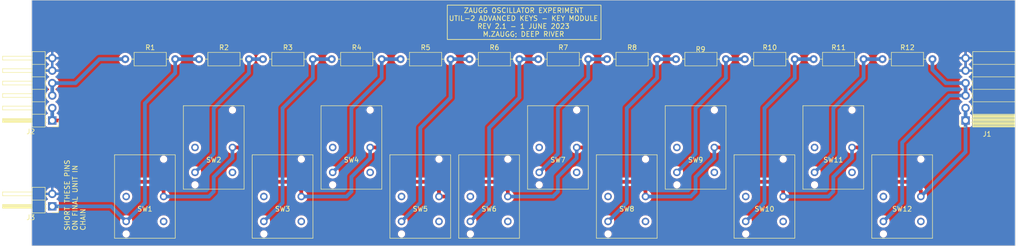
<source format=kicad_pcb>
(kicad_pcb (version 20221018) (generator pcbnew)

  (general
    (thickness 1.6)
  )

  (paper "A4")
  (layers
    (0 "F.Cu" signal)
    (31 "B.Cu" signal)
    (32 "B.Adhes" user "B.Adhesive")
    (33 "F.Adhes" user "F.Adhesive")
    (34 "B.Paste" user)
    (35 "F.Paste" user)
    (36 "B.SilkS" user "B.Silkscreen")
    (37 "F.SilkS" user "F.Silkscreen")
    (38 "B.Mask" user)
    (39 "F.Mask" user)
    (40 "Dwgs.User" user "User.Drawings")
    (41 "Cmts.User" user "User.Comments")
    (42 "Eco1.User" user "User.Eco1")
    (43 "Eco2.User" user "User.Eco2")
    (44 "Edge.Cuts" user)
    (45 "Margin" user)
    (46 "B.CrtYd" user "B.Courtyard")
    (47 "F.CrtYd" user "F.Courtyard")
    (48 "B.Fab" user)
    (49 "F.Fab" user)
    (50 "User.1" user)
    (51 "User.2" user)
    (52 "User.3" user)
    (53 "User.4" user)
    (54 "User.5" user)
    (55 "User.6" user)
    (56 "User.7" user)
    (57 "User.8" user)
    (58 "User.9" user)
  )

  (setup
    (stackup
      (layer "F.SilkS" (type "Top Silk Screen"))
      (layer "F.Paste" (type "Top Solder Paste"))
      (layer "F.Mask" (type "Top Solder Mask") (thickness 0.01))
      (layer "F.Cu" (type "copper") (thickness 0.035))
      (layer "dielectric 1" (type "core") (thickness 1.51) (material "FR4") (epsilon_r 4.5) (loss_tangent 0.02))
      (layer "B.Cu" (type "copper") (thickness 0.035))
      (layer "B.Mask" (type "Bottom Solder Mask") (thickness 0.01))
      (layer "B.Paste" (type "Bottom Solder Paste"))
      (layer "B.SilkS" (type "Bottom Silk Screen"))
      (copper_finish "None")
      (dielectric_constraints no)
    )
    (pad_to_mask_clearance 0)
    (pcbplotparams
      (layerselection 0x00010fc_ffffffff)
      (plot_on_all_layers_selection 0x0000000_00000000)
      (disableapertmacros false)
      (usegerberextensions true)
      (usegerberattributes true)
      (usegerberadvancedattributes false)
      (creategerberjobfile false)
      (dashed_line_dash_ratio 12.000000)
      (dashed_line_gap_ratio 3.000000)
      (svgprecision 4)
      (plotframeref false)
      (viasonmask false)
      (mode 1)
      (useauxorigin false)
      (hpglpennumber 1)
      (hpglpenspeed 20)
      (hpglpendiameter 15.000000)
      (dxfpolygonmode true)
      (dxfimperialunits true)
      (dxfusepcbnewfont true)
      (psnegative false)
      (psa4output false)
      (plotreference true)
      (plotvalue false)
      (plotinvisibletext false)
      (sketchpadsonfab false)
      (subtractmaskfromsilk true)
      (outputformat 1)
      (mirror false)
      (drillshape 0)
      (scaleselection 1)
      (outputdirectory "Outputs/")
    )
  )

  (net 0 "")
  (net 1 "Net-(J1-Pin_3)")
  (net 2 "Net-(J3-Pin_1)")
  (net 3 "Net-(SW2-B)")
  (net 4 "Net-(SW3-B)")
  (net 5 "Net-(SW4-B)")
  (net 6 "Net-(SW5-B)")
  (net 7 "Net-(SW6-B)")
  (net 8 "Net-(SW7-B)")
  (net 9 "Net-(SW8-B)")
  (net 10 "Net-(SW9-B)")
  (net 11 "Net-(SW10-B)")
  (net 12 "Net-(SW11-B)")
  (net 13 "unconnected-(SW1-A-Pad1)")
  (net 14 "unconnected-(SW2-A-Pad1)")
  (net 15 "unconnected-(SW3-A-Pad1)")
  (net 16 "unconnected-(SW4-A-Pad1)")
  (net 17 "unconnected-(SW5-A-Pad1)")
  (net 18 "unconnected-(SW6-A-Pad1)")
  (net 19 "unconnected-(SW7-A-Pad1)")
  (net 20 "unconnected-(SW8-A-Pad1)")
  (net 21 "unconnected-(SW9-A-Pad1)")
  (net 22 "unconnected-(SW10-A-Pad1)")
  (net 23 "unconnected-(SW11-A-Pad1)")
  (net 24 "unconnected-(SW12-A-Pad1)")
  (net 25 "/KEYBOARD_RETURN")
  (net 26 "/GND")
  (net 27 "/KEYBOARD_SEND")

  (footprint "Switch_Tactile:PB_86_A0" (layer "F.Cu") (at 135 30))

  (footprint "Connector_PinSocket_2.54mm:PinSocket_1x06_P2.54mm_Horizontal" (layer "F.Cu") (at 189.9 24.5 180))

  (footprint "Resistor_THT:R_Axial_DIN0207_L6.3mm_D2.5mm_P10.16mm_Horizontal" (layer "F.Cu") (at 34 12))

  (footprint "Switch_Tactile:PB_86_A0" (layer "F.Cu") (at 51 40))

  (footprint "Resistor_THT:R_Axial_DIN0207_L6.3mm_D2.5mm_P10.16mm_Horizontal" (layer "F.Cu") (at 103 12))

  (footprint "Resistor_THT:R_Axial_DIN0207_L6.3mm_D2.5mm_P10.16mm_Horizontal" (layer "F.Cu") (at 173 12))

  (footprint "Resistor_THT:R_Axial_DIN0207_L6.3mm_D2.5mm_P10.16mm_Horizontal" (layer "F.Cu") (at 131 12))

  (footprint "Resistor_THT:R_Axial_DIN0207_L6.3mm_D2.5mm_P10.16mm_Horizontal" (layer "F.Cu") (at 117 12))

  (footprint "Switch_Tactile:PB_86_A0" (layer "F.Cu") (at 121 40))

  (footprint "Resistor_THT:R_Axial_DIN0207_L6.3mm_D2.5mm_P10.16mm_Horizontal" (layer "F.Cu") (at 47 12))

  (footprint "Switch_Tactile:PB_86_A0" (layer "F.Cu") (at 65 30))

  (footprint "Switch_Tactile:PB_86_A0" (layer "F.Cu") (at 79 40))

  (footprint "Resistor_THT:R_Axial_DIN0207_L6.3mm_D2.5mm_P10.16mm_Horizontal" (layer "F.Cu") (at 159 12))

  (footprint "Switch_Tactile:PB_86_A0" (layer "F.Cu") (at 93 40))

  (footprint "Resistor_THT:R_Axial_DIN0207_L6.3mm_D2.5mm_P10.16mm_Horizontal" (layer "F.Cu") (at 61 12))

  (footprint "Resistor_THT:R_Axial_DIN0207_L6.3mm_D2.5mm_P10.16mm_Horizontal" (layer "F.Cu") (at 19 12))

  (footprint "Resistor_THT:R_Axial_DIN0207_L6.3mm_D2.5mm_P10.16mm_Horizontal" (layer "F.Cu") (at 89 12))

  (footprint "Switch_Tactile:PB_86_A0" (layer "F.Cu") (at 107 30))

  (footprint "Resistor_THT:R_Axial_DIN0207_L6.3mm_D2.5mm_P10.16mm_Horizontal" (layer "F.Cu") (at 75 12))

  (footprint "Switch_Tactile:PB_86_A0" (layer "F.Cu") (at 37 30))

  (footprint "Connector_PinHeader_2.54mm:PinHeader_1x02_P2.54mm_Horizontal" (layer "F.Cu") (at 4.16 42 180))

  (footprint "Switch_Tactile:PB_86_A0" (layer "F.Cu") (at 177 40))

  (footprint "Resistor_THT:R_Axial_DIN0207_L6.3mm_D2.5mm_P10.16mm_Horizontal" (layer "F.Cu") (at 145 12))

  (footprint "Switch_Tactile:PB_86_A0" (layer "F.Cu") (at 23 40))

  (footprint "Connector_PinHeader_2.54mm:PinHeader_1x06_P2.54mm_Horizontal" (layer "F.Cu") (at 4.16 24.5 180))

  (footprint "Switch_Tactile:PB_86_A0" (layer "F.Cu") (at 163 30))

  (footprint "Switch_Tactile:PB_86_A0" (layer "F.Cu") (at 149 40))

  (gr_rect (start 84.5 1) (end 115.75 8)
    (stroke (width 0.15) (type default)) (fill none) (layer "F.SilkS") (tstamp 32150c1e-64fe-4068-9f2c-651857667177))
  (gr_rect (start 0 0) (end 200 50)
    (stroke (width 0.1) (type default)) (fill none) (layer "Edge.Cuts") (tstamp 0ef27eae-b78d-459f-831e-67e637a286e2))
  (gr_text "SHORT THESE PINS\nON FINAL UNIT IN\nCHAIN" (at 11 47 90) (layer "F.SilkS") (tstamp 895ac93f-1468-4d0b-b2d8-de8b879c20d2)
    (effects (font (size 1 1) (thickness 0.15)) (justify left bottom))
  )
  (gr_text "ZAUGG OSCILLATOR EXPERIMENT\nUTIL-2 ADVANCED KEYS - KEY MODULE\nREV 2.1 - 1 JUNE 2023\nM.ZAUGG; DEEP RIVER" (at 100 7.5) (layer "F.SilkS") (tstamp aaf00ab7-afcc-4d02-a378-168705037509)
    (effects (font (size 1 1) (thickness 0.15)) (justify bottom))
  )

  (segment (start 185.88 16.88) (end 183.16 14.16) (width 0.75) (layer "B.Cu") (net 1) (tstamp 1b5464a3-66b8-4ae4-9c5f-d33eb13879ac))
  (segment (start 189.9 19.42) (end 189.9 16.88) (width 0.75) (layer "B.Cu") (net 1) (tstamp 2bb10375-6f87-45c6-a7ee-f647a04d332a))
  (segment (start 183.16 14.16) (end 183.16 12) (width 0.75) (layer "B.Cu") (net 1) (tstamp 406528ca-d946-4ecb-9640-60d501aadae9))
  (segment (start 189.9 16.88) (end 185.88 16.88) (width 0.75) (layer "B.Cu") (net 1) (tstamp 48d8eb65-d783-4187-86fd-2b0913c7c0b4))
  (segment (start 177 41.27) (end 177 29) (width 0.75) (layer "B.Cu") (net 1) (tstamp 8b093100-be9c-484a-98bf-8ed7bc163b69))
  (segment (start 186.58 19.42) (end 189.9 19.42) (width 0.75) (layer "B.Cu") (net 1) (tstamp c09a93a2-b91c-48d6-abd1-0f54a1c8092b))
  (segment (start 177 29) (end 186.58 19.42) (width 0.75) (layer "B.Cu") (net 1) (tstamp ce2a0d69-d1e9-4c98-ba69-7286740bed42))
  (segment (start 173.19 45.08) (end 177 41.27) (width 0.75) (layer "B.Cu") (net 1) (tstamp e7da5dc1-55a9-402f-8627-4a83d66002f3))
  (segment (start 29.16 14.84) (end 29.16 12) (width 0.75) (layer "B.Cu") (net 2) (tstamp 2a33ceab-d7d4-4802-9740-97135e034440))
  (segment (start 23 41.27) (end 23 21) (width 0.75) (layer "B.Cu") (net 2) (tstamp 3d98450a-4fe1-4b4b-aa87-1b43a34cc409))
  (segment (start 19.19 45.08) (end 23 41.27) (width 0.75) (layer "B.Cu") (net 2) (tstamp 6acd9b1f-9281-4442-9387-ebf9a26efaab))
  (segment (start 29.16 12) (end 34 12) (width 0.75) (layer "B.Cu") (net 2) (tstamp 6b2fed17-5f80-4a03-aa9c-aece6fb808ed))
  (segment (start 4.16 42) (end 16.11 42) (width 0.75) (layer "B.Cu") (net 2) (tstamp e581b55c-e92d-4190-b4f6-c5652ba15668))
  (segment (start 23 21) (end 29.16 14.84) (width 0.75) (layer "B.Cu") (net 2) (tstamp f2c86444-c759-4f66-a845-a99b0e871090))
  (segment (start 16.11 42) (end 19.19 45.08) (width 0.75) (layer "B.Cu") (net 2) (tstamp fe0a0445-1547-4dbd-a1b7-6f20f75c40a6))
  (segment (start 37 31.27) (end 37 22) (width 0.75) (layer "B.Cu") (net 3) (tstamp 6e855f59-7518-4e98-b03a-d8a1db662797))
  (segment (start 37 22) (end 44.16 14.84) (width 0.75) (layer "B.Cu") (net 3) (tstamp 907efe34-739f-4622-b7a4-f1441df41fb4))
  (segment (start 47 12) (end 44.16 12) (width 0.75) (layer "B.Cu") (net 3) (tstamp 9837b44c-cb90-49b2-9d74-96233751333b))
  (segment (start 44.16 14.84) (end 44.16 12) (width 0.75) (layer "B.Cu") (net 3) (tstamp 99a0fd61-1391-4279-bde7-e1849e783487))
  (segment (start 33.19 35.08) (end 37 31.27) (width 0.75) (layer "B.Cu") (net 3) (tstamp 9d594a30-db4d-457b-a8c8-d1690761f0f8))
  (segment (start 57.16 12) (end 61 12) (width 0.75) (layer "B.Cu") (net 4) (tstamp 02aeef87-61f9-4b1c-aca9-54064ced05a9))
  (segment (start 51 22) (end 57.16 15.84) (width 0.75) (layer "B.Cu") (net 4) (tstamp 31e057fd-aa0a-4893-9ae3-ff98cd2e8c93))
  (segment (start 51 41.27) (end 51 22) (width 0.75) (layer "B.Cu") (net 4) (tstamp 32fc24d1-99ff-41f8-9485-035507be8f78))
  (segment (start 47.19 45.08) (end 51 41.27) (width 0.75) (layer "B.Cu") (net 4) (tstamp 5fe09a77-edd1-41bd-ba8f-991f1403e9d0))
  (segment (start 57.16 15.84) (end 57.16 12) (width 0.75) (layer "B.Cu") (net 4) (tstamp e6a7f37d-df2e-4bfa-898b-6c0a3e7ee07c))
  (segment (start 75 12) (end 71.16 12) (width 0.75) (layer "B.Cu") (net 5) (tstamp 1d816933-ce98-45a5-918f-830e81575853))
  (segment (start 71.16 15.84) (end 71.16 12) (width 0.75) (layer "B.Cu") (net 5) (tstamp 6a9fe142-0aa8-42c7-a106-8a5e999e0230))
  (segment (start 65 22) (end 71.16 15.84) (width 0.75) (layer "B.Cu") (net 5) (tstamp 70178cb2-61ee-4159-8c16-184b43ceb89b))
  (segment (start 61.19 35.08) (end 65 31.27) (width 0.75) (layer "B.Cu") (net 5) (tstamp d1b4fd0e-1e8b-4b4a-b95c-b180d31b077e))
  (segment (start 65 31.27) (end 65 22) (width 0.75) (layer "B.Cu") (net 5) (tstamp e7bacef7-13e8-404f-8be8-be33a0dc9ee3))
  (segment (start 79 41.27) (end 79 26) (width 0.75) (layer "B.Cu") (net 6) (tstamp 082cdc7f-68eb-419d-8934-360200668562))
  (segment (start 85.16 12) (end 89 12) (width 0.75) (layer "B.Cu") (net 6) (tstamp 597391f1-5e55-464c-aa8d-de3b34ba9b22))
  (segment (start 75.19 45.08) (end 79 41.27) (width 0.75) (layer "B.Cu") (net 6) (tstamp 80212848-d05c-412e-b600-744f29fc5177))
  (segment (start 85.16 19.84) (end 85.16 12) (width 0.75) (layer "B.Cu") (net 6) (tstamp d2623f09-e655-45a0-94a7-e01bba9a7847))
  (segment (start 79 26) (end 85.16 19.84) (width 0.75) (layer "B.Cu") (net 6) (tstamp ecb8dfdc-b980-44f8-8292-885e8bf60007))
  (segment (start 103 12) (end 99.16 12) (width 0.75) (layer "B.Cu") (net 7) (tstamp 1e250b7d-44bf-496c-bad5-d7b042646d48))
  (segment (start 99.16 19.84) (end 99.16 12) (width 0.75) (layer "B.Cu") (net 7) (tstamp 4ad2c052-e3e4-40fe-b37d-2fcdfe2d3830))
  (segment (start 89.19 45.08) (end 93 41.27) (width 0.75) (layer "B.Cu") (net 7) (tstamp 7240612c-d5e2-4f22-b463-b06a77739a5c))
  (segment (start 93 41.27) (end 93 26) (width 0.75) (layer "B.Cu") (net 7) (tstamp 7749bba5-1a43-4d8d-a05e-caad9f98e8bd))
  (segment (start 93 26) (end 99.16 19.84) (width 0.75) (layer "B.Cu") (net 7) (tstamp a40fa595-e91d-4f27-8ea9-d79a6f069f0d))
  (segment (start 107 22) (end 113.16 15.84) (width 0.75) (layer "B.Cu") (net 8) (tstamp 1797b943-3637-4633-9d99-f1f1fc9dd720))
  (segment (start 113.16 12) (end 117 12) (width 0.75) (layer "B.Cu") (net 8) (tstamp 1eafedba-103d-4856-88e5-8146ddea4cd2))
  (segment (start 113.16 15.84) (end 113.16 12) (width 0.75) (layer "B.Cu") (net 8) (tstamp cd86f4cb-b524-4c7b-b66f-52fec202dec6))
  (segment (start 107 31.27) (end 107 22) (width 0.75) (layer "B.Cu") (net 8) (tstamp f3d081ea-3104-4e22-bdf9-eefc271be071))
  (segment (start 103.19 35.08) (end 107 31.27) (width 0.75) (layer "B.Cu") (net 8) (tstamp fd17c4f2-2cd6-4549-b994-441b648ab66e))
  (segment (start 127.16 12) (end 131 12) (width 0.75) (layer "B.Cu") (net 9) (tstamp 785df6d6-e5d0-4c3f-b0f9-9abca0264be8))
  (segment (start 117.19 45.08) (end 121 41.27) (width 0.75) (layer "B.Cu") (net 9) (tstamp 7b711cc0-4c69-4536-8801-1dc747c671fd))
  (segment (start 127.16 15.84) (end 127.16 12) (width 0.75) (layer "B.Cu") (net 9) (tstamp b816f58e-29d3-4dcc-9fb8-4f0a2c630ea1))
  (segment (start 121 41.27) (end 121 22) (width 0.75) (layer "B.Cu") (net 9) (tstamp c65b9483-7c98-41ee-9533-b9d14faa1113))
  (segment (start 121 22) (end 127.16 15.84) (width 0.75) (layer "B.Cu") (net 9) (tstamp d2f95f57-26c5-415b-96ff-0c7d160f6ba3))
  (segment (start 131.19 35.08) (end 135 31.27) (width 0.75) (layer "B.Cu") (net 10) (tstamp 65d6e129-d19a-4953-acf6-40289081d3e5))
  (segment (start 135 22) (end 141.16 15.84) (width 0.75) (layer "B.Cu") (net 10) (tstamp 9b9a349b-69b9-4799-b7be-b1e9d63b46d0))
  (segment (start 135 31.27) (end 135 22) (width 0.75) (layer "B.Cu") (net 10) (tstamp a59915d9-4e69-463c-9db3-b476c78ec4d7))
  (segment (start 141.16 12) (end 145 12) (width 0.75) (layer "B.Cu") (net 10) (tstamp c401f6af-8a95-4979-bf0f-42b350087365))
  (segment (start 141.16 15.84) (end 141.16 12) (width 0.75) (layer "B.Cu") (net 10) (tstamp d56d120d-74c3-4a0f-981f-c8966f2e8e2c))
  (segment (start 149 41.27) (end 149 22) (width 0.75) (layer "B.Cu") (net 11) (tstamp 232126ea-419f-451f-b428-840fcfd36a7d))
  (segment (start 145.19 45.08) (end 149 41.27) (width 0.75) (layer "B.Cu") (net 11) (tstamp 8352a61a-f8da-4a02-befb-c48ae9645a5b))
  (segment (start 155.16 15.84) (end 155.16 12) (width 0.75) (layer "B.Cu") (net 11) (tstamp ae59f9da-1b81-44c3-914b-76c6ba09929d))
  (segment (start 149 22) (end 155.16 15.84) (width 0.75) (layer "B.Cu") (net 11) (tstamp ccb07f3f-a995-46b0-b4bb-a4aa683d6489))
  (segment (start 159 12) (end 155.16 12) (width 0.75) (layer "B.Cu") (net 11) (tstamp f52e67e2-2a20-439d-b1ee-728d0dcd60a7))
  (segment (start 163 31.27) (end 163 22) (width 0.75) (layer "B.Cu") (net 12) (tstamp 2228d2b9-7577-4b17-9a67-11a64443d7dd))
  (segment (start 169.16 15.84) (end 169.16 12) (width 0.75) (layer "B.Cu") (net 12) (tstamp 41787a53-9b5d-4b62-812b-d17c0286efcb))
  (segment (start 159.19 35.08) (end 163 31.27) (width 0.75) (layer "B.Cu") (net 12) (tstamp 847b572c-0160-4697-9d4b-53d53f89b8c6))
  (segment (start 163 22) (end 169.16 15.84) (width 0.75) (layer "B.Cu") (net 12) (tstamp bca7a596-8783-4514-b1a1-0cebe9291f58))
  (segment (start 173 12) (end 169.16 12) (width 0.75) (layer "B.Cu") (net 12) (tstamp c1c1d8cd-11bd-4105-b55e-066c7787455b))
  (segment (start 180.81 38.81) (end 179 37) (width 0.75) (layer "F.Cu") (net 25) (tstamp 0542182a-9b3a-4b31-8100-c2119d1c8d7e))
  (segment (start 152.81 38.81) (end 151 37) (width 0.75) (layer "F.Cu") (net 25) (tstamp 091557a9-15a1-429d-919d-d710827c9b4d))
  (segment (start 25 37) (end 21 37) (width 0.75) (layer "F.Cu") (net 25) (tstamp 126e761e-9c18-4c80-baaf-80cdc6aba33f))
  (segment (start 96.81 38.81) (end 95 37) (width 0.75) (layer "F.Cu") (net 25) (tstamp 19aa86da-13ee-4c85-962d-5b9ea260d8a9))
  (segment (start 8.5 24.5) (end 4.16 24.5) (width 0.75) (layer "F.Cu") (net 25) (tstamp 1f352a44-7b12-4506-b242-aa71ef8c57f4))
  (segment (start 77 37) (end 70 30) (width 0.75) (layer "F.Cu") (net 25) (tstamp 291dfac9-75ee-4f0f-9ce3-9bcb70002246))
  (segment (start 112 30) (end 110.81 30) (width 0.75) (layer "F.Cu") (net 25) (tstamp 397128d7-27a4-40d9-9c4b-178ecfaa32ca))
  (segment (start 82.81 38.81) (end 81 37) (width 0.75) (layer "F.Cu") (net 25) (tstamp 4731bb28-7a16-46ed-b1c8-4246f3a1e60f))
  (segment (start 180.81 40) (end 180.81 38.81) (width 0.75) (layer "F.Cu") (net 25) (tstamp 7c012cd6-62e5-48d1-b3eb-a9371486a268))
  (segment (start 140 30) (end 138.81 30) (width 0.75) (layer "F.Cu") (net 25) (tstamp 82fe06f1-a430-4c0f-92bd-f9138b76d033))
  (segment (start 123 37) (end 119 37) (width 0.75) (layer "F.Cu") (net 25) (tstamp 89925c66-c689-4152-8537-ef8c8040c971))
  (segment (start 42 30) (end 40.81 30) (width 0.75) (layer "F.Cu") (net 25) (tstamp 8b2fbe54-7ddf-4679-a496-5298936046fc))
  (segment (start 151 37) (end 147 37) (width 0.75) (layer "F.Cu") (net 25) (tstamp 8d63ce58-b1fd-46b3-8f34-fa2538673229))
  (segment (start 147 37) (end 140 30) (width 0.75) (layer "F.Cu") (net 25) (tstamp 92846cff-e35a-4648-9b6c-94c4e649ff24))
  (segment (start 54.81 38.81) (end 53 37) (width 0.75) (layer "F.Cu") (net 25) (tstamp 98a8d159-8217-4459-9ab4-8e8d9be8b8f2))
  (segment (start 26.81 38.81) (end 25 37) (width 0.75) (layer "F.Cu") (net 25) (tstamp 9af690e4-574b-40b8-b6d7-02f346daa107))
  (segment (start 152.81 40) (end 152.81 38.81) (width 0.75) (layer "F.Cu") (net 25) (tstamp 9cfaa6f0-2c6a-45ed-b187-09a2c3777b34))
  (segment (start 81 37) (end 77 37) (width 0.75) (layer "F.Cu") (net 25) (tstamp a07c3a37-73f4-4d19-9f8d-6dbaa3339150))
  (segment (start 85 40) (end 82.81 40) (width 0.75) (layer "F.Cu") (net 25) (tstamp a149efc9-5680-4f96-ba0f-f98dd76c0088))
  (segment (start 168 30) (end 166.81 30) (width 0.75) (layer "F.Cu") (net 25) (tstamp a4eb726b-241f-4f60-a58c-6dd5fb043759))
  (segment (start 95 37) (end 88 37) (width 0.75) (layer "F.Cu") (net 25) (tstamp ab93824b-f969-464a-ba7a-48e4b35225b3))
  (segment (start 21 37) (end 8.5 24.5) (width 0.75) (layer "F.Cu") (net 25) (tstamp b143a00e-5c04-4858-a9df-18a0768244d6))
  (segment (start 26.81 40) (end 26.81 38.81) (width 0.75) (layer "F.Cu") (net 25) (tstamp b46b6420-2fd5-4403-a4df-a762f86d233b))
  (segment (start 53 37) (end 49 37) (width 0.75) (layer "F.Cu") (net 25) (tstamp b89fd073-a1dc-4a35-ba8f-1aecee41c819))
  (segment (start 70 30) (end 68.81 30) (width 0.75) (layer "F.Cu") (net 25) (tstamp bdf17223-c692-4ced-9c00-859b5f56e684))
  (segment (start 124.81 38.81) (end 123 37) (width 0.75) (layer "F.Cu") (net 25) (tstamp bfb1028d-078d-4081-8f52-129a0f0b6632))
  (segment (start 54.81 40) (end 54.81 38.81) (width 0.75) (layer "F.Cu") (net 25) (tstamp c7555276-7b95-4fc1-a156-369bca69a077))
  (segment (start 49 37) (end 42 30) (width 0.75) (layer "F.Cu") (net 25) (tstamp c8e4272f-0baf-4a9a-91aa-585ee982e089))
  (segment (start 179 37) (end 175 37) (width 0.75) (layer "F.Cu") (net 25) (tstamp c933ebc4-44df-4d16-b102-0f0ac3d3e205))
  (segment (start 82.81 40) (end 82.81 38.81) (width 0.75) (layer "F.Cu") (net 25) (tstamp cb03d9c9-300e-4834-bda9-f090296cc3d9))
  (segment (start 119 37) (end 112 30) (width 0.75) (layer "F.Cu") (net 25) (tstamp d17e6cf3-e7fd-490b-82ff-da32986aa621))
  (segment (start 88 37) (end 85 40) (width 0.75) (layer "F.Cu") (net 25) (tstamp d74150a5-45f7-4368-896f-ca491c2670e5))
  (segment (start 96.81 40) (end 96.81 38.81) (width 0.75) (layer "F.Cu") (net 25) (tstamp e15effea-f9fd-4803-b82c-512fcbe30952))
  (segment (start 175 37) (end 168 30) (width 0.75) (layer "F.Cu") (net 25) (tstamp ef418e5b-2b6d-4c8a-8267-69e893f8b308))
  (segment (start 124.81 40) (end 124.81 38.81) (width 0.75) (layer "F.Cu") (net 25) (tstamp fe610112-6ae6-49c2-8a3e-fa2d43def4ed))
  (segment (start 65 39) (end 65 36) (width 0.75) (layer "B.Cu") (net 25) (tstamp 0ad91bee-3687-4119-ad2f-742b2c95314f))
  (segment (start 4.16 21.96) (end 4.16 24.5) (width 0.75) (layer "B.Cu") (net 25) (tstamp 0c6fd85f-3e37-4e86-9dab-28fa6a267323))
  (segment (start 36 40) (end 37 39) (width 0.75) (layer "B.Cu") (net 25) (tstamp 1bc46872-0f1b-4953-b97e-adf68eb2a336))
  (segment (start 96.81 40) (end 106 40) (width 0.75) (layer "B.Cu") (net 25) (tstamp 2a2fa878-5226-4f2a-a549-dd2e8ee85f97))
  (segment (start 107 36) (end 110.81 32.19) (width 0.75) (layer "B.Cu") (net 25) (tstamp 31a15d38-a9a1-4dbd-9c9e-6280dc63c109))
  (segment (start 189.9 24.5) (end 189.9 30.91) (width 0.75) (layer "B.Cu") (net 25) (tstamp 3543d79f-586e-4830-abff-63bfe0a4304d))
  (segment (start 68.81 32.19) (end 65 36) (width 0.75) (layer "B.Cu") (net 25) (tstamp 363a9458-7392-4717-9ff3-715baaed1503))
  (segment (start 166.81 30) (end 166.81 32.19) (width 0.75) (layer "B.Cu") (net 25) (tstamp 3ef12f01-f854-4403-9cbe-93034c537d84))
  (segment (start 189.9 30.91) (end 180.81 40) (width 0.75) (layer "B.Cu") (net 25) (tstamp 5534708c-d70b-467f-b0bf-4b82b12d1c60))
  (segment (start 110.81 32.19) (end 110.81 30) (width 0.75) (layer "B.Cu") (net 25) (tstamp 5ca2942f-51dd-4060-8808-0e97a8c164dc))
  (segment (start 134 40) (end 135 39) (width 0.75) (layer "B.Cu") (net 25) (tstamp 614a9bc2-5a39-4e1c-bee4-acf2f221eabb))
  (segment (start 37 39) (end 37 36) (width 0.75) (layer "B.Cu") (net 25) (tstamp 6ea084aa-60ec-4584-a33a-c4ea08bb716c))
  (segment (start 166.81 32.19) (end 163 36) (width 0.75) (layer "B.Cu") (net 25) (tstamp 72392062-3eea-4977-bc5e-dda5f9d7855f))
  (segment (start 106 40) (end 107 39) (width 0.75) (layer "B.Cu") (net 25) (tstamp 7a897667-7b54-47ae-8f18-bdeecbad2424))
  (segment (start 54.81 40) (end 64 40) (width 0.75) (layer "B.Cu") (net 25) (tstamp 7b966ecb-a186-45ae-9d66-20f7ca2d1455))
  (segment (start 135 36) (end 138.81 32.19) (width 0.75) (layer "B.Cu") (net 25) (tstamp 7f4e4bcf-7ffb-415c-a845-fc742529b10d))
  (segment (start 162 40) (end 163 39) (width 0.75) (layer "B.Cu") (net 25) (tstamp 960c13c9-66ae-4379-8c07-42428115b403))
  (segment (start 26.81 40) (end 36 40) (width 0.75) (layer "B.Cu") (net 25) (tstamp 97d78750-73b7-4882-ba0e-22fad23d4406))
  (segment (start 138.81 32.19) (end 138.81 30) (width 0.75) (layer "B.Cu") (net 25) (tstamp 9d8171e8-1fbb-4727-b80e-43a26842eb07))
  (segment (start 152.81 40) (end 162 40) (width 0.75) (layer "B.Cu") (net 25) (tstamp a336892e-7db8-4796-80aa-f149942dd9bd))
  (segment (start 68.81 30) (end 68.81 32.19) (width 0.75) (layer "B.Cu") (net 25) (tstamp a972d677-038c-4b5f-904d-cd6444ce8e7d))
  (segment (start 189.9 24.5) (end 189.9 21.96) (width 0.75) (layer "B.Cu") (net 25) (tstamp bc9192cb-5a6e-4151-8e90-08958692fe96))
  (segment (start 135 39) (end 135 36) (width 0.75) (layer "B.Cu") (net 25) (tstamp bce42470-394b-40cc-b89a-edda2ff1d7f4))
  (segment (start 124.81 40) (end 134 40) (width 0.75) (layer "B.Cu") (net 25) (tstamp be527b58-355f-4ae0-92c1-1217fa913711))
  (segment (start 163 39) (end 163 36) (width 0.75) (layer "B.Cu") (net 25) (tstamp beba1008-8451-46ac-a2c5-737493976f78))
  (segment (start 107 39) (end 107 36) (width 0.75) (layer "B.Cu") (net 25) (tstamp cf6019d8-ecc4-4da2-be8f-5ab0a0b7c2fd))
  (segment (start 37 36) (end 40.81 32.19) (width 0.75) (layer "B.Cu") (net 25) (tstamp f32a6256-b1bc-4923-950e-9ba89f78f266))
  (segment (start 40.81 32.19) (end 40.81 30) (width 0.75) (layer "B.Cu") (net 25) (tstamp f7750af3-c1cb-48aa-96ee-d2f0906575e6))
  (segment (start 64 40) (end 65 39) (width 0.75) (layer "B.Cu") (net 25) (tstamp fde6ad9b-10c9-471d-925a-69dab067b7a7))
  (segment (start 13.76 12) (end 19 12) (width 0.75) (layer "B.Cu") (net 27) (tstamp 241d496a-d970-404f-b247-dfffe1812409))
  (segment (start 4.16 19.42) (end 4.16 16.88) (width 0.75) (layer "B.Cu") (net 27) (tstamp 5f2ebe0c-d0cc-45c6-9a11-b27b158da6da))
  (segment (start 8.88 16.88) (end 13.76 12) (width 0.75) (layer "B.Cu") (net 27) (tstamp 78af39fa-d3e3-42da-8a9a-f62bd7e36b91))
  (segment (start 4.16 16.88) (end 8.88 16.88) (width 0.75) (layer "B.Cu") (net 27) (tstamp bce36772-9ebf-47a3-9f60-ba036d9b0ba4))

  (zone (net 26) (net_name "/GND") (layer "F.Cu") (tstamp f7963263-4b8d-4896-9084-76ecf8f52322) (hatch edge 0.5)
    (connect_pads (clearance 0.5))
    (min_thickness 0.25) (filled_areas_thickness no)
    (fill yes (thermal_gap 0.5) (thermal_bridge_width 0.5))
    (polygon
      (pts
        (xy 0 0)
        (xy 0 50)
        (xy 200 50)
        (xy 200 0)
      )
    )
    (filled_polygon
      (layer "F.Cu")
      (pts
        (xy 4.41 13.904498)
        (xy 4.302315 13.85532)
        (xy 4.195763 13.84)
        (xy 4.124237 13.84)
        (xy 4.017685 13.85532)
        (xy 3.91 13.904498)
        (xy 3.91 12.235501)
        (xy 4.017685 12.28468)
        (xy 4.124237 12.3)
        (xy 4.195763 12.3)
        (xy 4.302315 12.28468)
        (xy 4.41 12.235501)
      )
    )
    (filled_polygon
      (layer "F.Cu")
      (pts
        (xy 190.15 13.904498)
        (xy 190.042315 13.85532)
        (xy 189.935763 13.84)
        (xy 189.864237 13.84)
        (xy 189.757685 13.85532)
        (xy 189.65 13.904498)
        (xy 189.65 12.235501)
        (xy 189.757685 12.28468)
        (xy 189.864237 12.3)
        (xy 189.935763 12.3)
        (xy 190.042315 12.28468)
        (xy 190.15 12.235501)
      )
    )
    (filled_polygon
      (layer "F.Cu")
      (pts
        (xy 199.942539 0.020185)
        (xy 199.988294 0.072989)
        (xy 199.9995 0.1245)
        (xy 199.9995 49.8755)
        (xy 199.979815 49.942539)
        (xy 199.927011 49.988294)
        (xy 199.8755 49.9995)
        (xy 0.1245 49.9995)
        (xy 0.057461 49.979815)
        (xy 0.011706 49.927011)
        (xy 0.0005 49.8755)
        (xy 0.0005 47.663933)
        (xy 18.435668 47.663933)
        (xy 18.451058 47.75121)
        (xy 18.466135 47.836711)
        (xy 18.535623 47.997804)
        (xy 18.535624 47.997806)
        (xy 18.535626 47.997809)
        (xy 18.590278 48.071218)
        (xy 18.64039 48.13853)
        (xy 18.774786 48.251302)
        (xy 18.852488 48.290325)
        (xy 18.931562 48.330038)
        (xy 18.931563 48.330038)
        (xy 18.931567 48.33004)
        (xy 19.102279 48.3705)
        (xy 19.102282 48.3705)
        (xy 19.233701 48.3705)
        (xy 19.233709 48.3705)
        (xy 19.364255 48.355241)
        (xy 19.529117 48.295237)
        (xy 19.675696 48.19883)
        (xy 19.796092 48.071218)
        (xy 19.883812 47.919281)
        (xy 19.93413 47.75121)
        (xy 19.939213 47.663933)
        (xy 46.435668 47.663933)
        (xy 46.451058 47.75121)
        (xy 46.466135 47.836711)
        (xy 46.535623 47.997804)
        (xy 46.535624 47.997806)
        (xy 46.535626 47.997809)
        (xy 46.590278 48.071218)
        (xy 46.64039 48.13853)
        (xy 46.774786 48.251302)
        (xy 46.852488 48.290325)
        (xy 46.931562 48.330038)
        (xy 46.931563 48.330038)
        (xy 46.931567 48.33004)
        (xy 47.102279 48.3705)
        (xy 47.102282 48.3705)
        (xy 47.233701 48.3705)
        (xy 47.233709 48.3705)
        (xy 47.364255 48.355241)
        (xy 47.529117 48.295237)
        (xy 47.675696 48.19883)
        (xy 47.796092 48.071218)
        (xy 47.883812 47.919281)
        (xy 47.93413 47.75121)
        (xy 47.939213 47.663935)
        (xy 74.435669 47.663935)
        (xy 74.466135 47.836711)
        (xy 74.535623 47.997804)
        (xy 74.535624 47.997806)
        (xy 74.535626 47.997809)
        (xy 74.590278 48.071218)
        (xy 74.64039 48.13853)
        (xy 74.774786 48.251302)
        (xy 74.852488 48.290325)
        (xy 74.931562 48.330038)
        (xy 74.931563 48.330038)
        (xy 74.931567 48.33004)
        (xy 75.102279 48.3705)
        (xy 75.102282 48.3705)
        (xy 75.233701 48.3705)
        (xy 75.233709 48.3705)
        (xy 75.364255 48.355241)
        (xy 75.529117 48.295237)
        (xy 75.675696 48.19883)
        (xy 75.796092 48.071218)
        (xy 75.883812 47.919281)
        (xy 75.93413 47.75121)
        (xy 75.939213 47.663935)
        (xy 88.435669 47.663935)
        (xy 88.466135 47.836711)
        (xy 88.535623 47.997804)
        (xy 88.535624 47.997806)
        (xy 88.535626 47.997809)
        (xy 88.590278 48.071218)
        (xy 88.64039 48.13853)
        (xy 88.774786 48.251302)
        (xy 88.852488 48.290325)
        (xy 88.931562 48.330038)
        (xy 88.931563 48.330038)
        (xy 88.931567 48.33004)
        (xy 89.102279 48.3705)
        (xy 89.102282 48.3705)
        (xy 89.233701 48.3705)
        (xy 89.233709 48.3705)
        (xy 89.364255 48.355241)
        (xy 89.529117 48.295237)
        (xy 89.675696 48.19883)
        (xy 89.796092 48.071218)
        (xy 89.883812 47.919281)
        (xy 89.93413 47.75121)
        (xy 89.939213 47.663933)
        (xy 116.435668 47.663933)
        (xy 116.451058 47.75121)
        (xy 116.466135 47.836711)
        (xy 116.535623 47.997804)
        (xy 116.535624 47.997806)
        (xy 116.535626 47.997809)
        (xy 116.590278 48.071218)
        (xy 116.64039 48.13853)
        (xy 116.774786 48.251302)
        (xy 116.852488 48.290325)
        (xy 116.931562 48.330038)
        (xy 116.931563 48.330038)
        (xy 116.931567 48.33004)
        (xy 117.102279 48.3705)
        (xy 117.102282 48.3705)
        (xy 117.233701 48.3705)
        (xy 117.233709 48.3705)
        (xy 117.364255 48.355241)
        (xy 117.529117 48.295237)
        (xy 117.675696 48.19883)
        (xy 117.796092 48.071218)
        (xy 117.883812 47.919281)
        (xy 117.93413 47.75121)
        (xy 117.939213 47.663933)
        (xy 144.435668 47.663933)
        (xy 144.451058 47.75121)
        (xy 144.466135 47.836711)
        (xy 144.535623 47.997804)
        (xy 144.535624 47.997806)
        (xy 144.535626 47.997809)
        (xy 144.590278 48.071218)
        (xy 144.64039 48.13853)
        (xy 144.774786 48.251302)
        (xy 144.852488 48.290325)
        (xy 144.931562 48.330038)
        (xy 144.931563 48.330038)
        (xy 144.931567 48.33004)
        (xy 145.102279 48.3705)
        (xy 145.102282 48.3705)
        (xy 145.233701 48.3705)
        (xy 145.233709 48.3705)
        (xy 145.364255 48.355241)
        (xy 145.529117 48.295237)
        (xy 145.675696 48.19883)
        (xy 145.796092 48.071218)
        (xy 145.883812 47.919281)
        (xy 145.93413 47.75121)
        (xy 145.939213 47.663933)
        (xy 172.435668 47.663933)
        (xy 172.451058 47.75121)
        (xy 172.466135 47.836711)
        (xy 172.535623 47.997804)
        (xy 172.535624 47.997806)
        (xy 172.535626 47.997809)
        (xy 172.590278 48.071218)
        (xy 172.64039 48.13853)
        (xy 172.774786 48.251302)
        (xy 172.852488 48.290325)
        (xy 172.931562 48.330038)
        (xy 172.931563 48.330038)
        (xy 172.931567 48.33004)
        (xy 173.102279 48.3705)
        (xy 173.102282 48.3705)
        (xy 173.233701 48.3705)
        (xy 173.233709 48.3705)
        (xy 173.364255 48.355241)
        (xy 173.529117 48.295237)
        (xy 173.675696 48.19883)
        (xy 173.796092 48.071218)
        (xy 173.883812 47.919281)
        (xy 173.93413 47.75121)
        (xy 173.944331 47.576065)
        (xy 173.913865 47.403289)
        (xy 173.844377 47.242196)
        (xy 173.73961 47.10147)
        (xy 173.667747 47.04117)
        (xy 173.605214 46.988698)
        (xy 173.605212 46.988697)
        (xy 173.448437 46.909961)
        (xy 173.448433 46.90996)
        (xy 173.277721 46.8695)
        (xy 173.146291 46.8695)
        (xy 173.041854 46.881707)
        (xy 173.015743 46.884759)
        (xy 173.01574 46.88476)
        (xy 172.850884 46.944762)
        (xy 172.85088 46.944764)
        (xy 172.704306 47.041167)
        (xy 172.704305 47.041168)
        (xy 172.58391 47.168778)
        (xy 172.496188 47.320718)
        (xy 172.44587 47.488789)
        (xy 172.445869 47.488794)
        (xy 172.435668 47.663933)
        (xy 145.939213 47.663933)
        (xy 145.944331 47.576065)
        (xy 145.913865 47.403289)
        (xy 145.844377 47.242196)
        (xy 145.73961 47.10147)
        (xy 145.667747 47.04117)
        (xy 145.605214 46.988698)
        (xy 145.605212 46.988697)
        (xy 145.448437 46.909961)
        (xy 145.448433 46.90996)
        (xy 145.277721 46.8695)
        (xy 145.146291 46.8695)
        (xy 145.041854 46.881707)
        (xy 145.015743 46.884759)
        (xy 145.01574 46.88476)
        (xy 144.850884 46.944762)
        (xy 144.85088 46.944764)
        (xy 144.704306 47.041167)
        (xy 144.704305 47.041168)
        (xy 144.58391 47.168778)
        (xy 144.496188 47.320718)
        (xy 144.44587 47.488789)
        (xy 144.445869 47.488794)
        (xy 144.435668 47.663933)
        (xy 117.939213 47.663933)
        (xy 117.944331 47.576065)
        (xy 117.913865 47.403289)
        (xy 117.844377 47.242196)
        (xy 117.73961 47.10147)
        (xy 117.667747 47.04117)
        (xy 117.605214 46.988698)
        (xy 117.605212 46.988697)
        (xy 117.448437 46.909961)
        (xy 117.448433 46.90996)
        (xy 117.277721 46.8695)
        (xy 117.146291 46.8695)
        (xy 117.041854 46.881707)
        (xy 117.015743 46.884759)
        (xy 117.01574 46.88476)
        (xy 116.850884 46.944762)
        (xy 116.85088 46.944764)
        (xy 116.704306 47.041167)
        (xy 116.704305 47.041168)
        (xy 116.58391 47.168778)
        (xy 116.496188 47.320718)
        (xy 116.44587 47.488789)
        (xy 116.445869 47.488794)
        (xy 116.435668 47.663933)
        (xy 89.939213 47.663933)
        (xy 89.944331 47.576065)
        (xy 89.913865 47.403289)
        (xy 89.844377 47.242196)
        (xy 89.73961 47.10147)
        (xy 89.667747 47.04117)
        (xy 89.605214 46.988698)
        (xy 89.605212 46.988697)
        (xy 89.448437 46.909961)
        (xy 89.448433 46.90996)
        (xy 89.277721 46.8695)
        (xy 89.146291 46.8695)
        (xy 89.041854 46.881707)
        (xy 89.015743 46.884759)
        (xy 89.01574 46.88476)
        (xy 88.850884 46.944762)
        (xy 88.85088 46.944764)
        (xy 88.704306 47.041167)
        (xy 88.704305 47.041168)
        (xy 88.58391 47.168778)
        (xy 88.496188 47.320718)
        (xy 88.44587 47.488789)
        (xy 88.445869 47.488794)
        (xy 88.435669 47.663933)
        (xy 88.435669 47.663935)
        (xy 75.939213 47.663935)
        (xy 75.944331 47.576065)
        (xy 75.913865 47.403289)
        (xy 75.844377 47.242196)
        (xy 75.73961 47.10147)
        (xy 75.667747 47.04117)
        (xy 75.605214 46.988698)
        (xy 75.605212 46.988697)
        (xy 75.448437 46.909961)
        (xy 75.448433 46.90996)
        (xy 75.277721 46.8695)
        (xy 75.146291 46.8695)
        (xy 75.041854 46.881707)
        (xy 75.015743 46.884759)
        (xy 75.01574 46.88476)
        (xy 74.850884 46.944762)
        (xy 74.85088 46.944764)
        (xy 74.704306 47.041167)
        (xy 74.704305 47.041168)
        (xy 74.58391 47.168778)
        (xy 74.496188 47.320718)
        (xy 74.44587 47.488789)
        (xy 74.445869 47.488794)
        (xy 74.435669 47.663933)
        (xy 74.435669 47.663935)
        (xy 47.939213 47.663935)
        (xy 47.944331 47.576065)
        (xy 47.913865 47.403289)
        (xy 47.844377 47.242196)
        (xy 47.73961 47.10147)
        (xy 47.667747 47.04117)
        (xy 47.605214 46.988698)
        (xy 47.605212 46.988697)
        (xy 47.448437 46.909961)
        (xy 47.448433 46.90996)
        (xy 47.277721 46.8695)
        (xy 47.146291 46.8695)
        (xy 47.041854 46.881707)
        (xy 47.015743 46.884759)
        (xy 47.01574 46.88476)
        (xy 46.850884 46.944762)
        (xy 46.85088 46.944764)
        (xy 46.704306 47.041167)
        (xy 46.704305 47.041168)
        (xy 46.58391 47.168778)
        (xy 46.496188 47.320718)
        (xy 46.44587 47.488789)
        (xy 46.445869 47.488794)
        (xy 46.435668 47.663933)
        (xy 19.939213 47.663933)
        (xy 19.944331 47.576065)
        (xy 19.913865 47.403289)
        (xy 19.844377 47.242196)
        (xy 19.73961 47.10147)
        (xy 19.667747 47.04117)
        (xy 19.605214 46.988698)
        (xy 19.605212 46.988697)
        (xy 19.448437 46.909961)
        (xy 19.448433 46.90996)
        (xy 19.277721 46.8695)
        (xy 19.146291 46.8695)
        (xy 19.041854 46.881707)
        (xy 19.015743 46.884759)
        (xy 19.01574 46.88476)
        (xy 18.850884 46.944762)
        (xy 18.85088 46.944764)
        (xy 18.704306 47.041167)
        (xy 18.704305 47.041168)
        (xy 18.58391 47.168778)
        (xy 18.496188 47.320718)
        (xy 18.44587 47.488789)
        (xy 18.445869 47.488794)
        (xy 18.435668 47.663933)
        (xy 0.0005 47.663933)
        (xy 0.0005 45.080002)
        (xy 17.922677 45.080002)
        (xy 17.941929 45.300062)
        (xy 17.94193 45.30007)
        (xy 17.999104 45.513445)
        (xy 17.999105 45.513447)
        (xy 17.999106 45.51345)
        (xy 18.092466 45.713661)
        (xy 18.092466 45.713662)
        (xy 18.092468 45.713666)
        (xy 18.21917 45.894615)
        (xy 18.219175 45.894621)
        (xy 18.375378 46.050824)
        (xy 18.375384 46.050829)
        (xy 18.556333 46.177531)
        (xy 18.556335 46.177532)
        (xy 18.556338 46.177534)
        (xy 18.75655 46.270894)
        (xy 18.969932 46.32807)
        (xy 19.127123 46.341822)
        (xy 19.189998 46.347323)
        (xy 19.19 46.347323)
        (xy 19.190002 46.347323)
        (xy 19.245016 46.342509)
        (xy 19.410068 46.32807)
        (xy 19.62345 46.270894)
        (xy 19.823662 46.177534)
        (xy 20.00462 46.050826)
        (xy 20.160826 45.89462)
        (xy 20.287534 45.713662)
        (xy 20.380894 45.51345)
        (xy 20.43807 45.300068)
        (xy 20.457323 45.080002)
        (xy 25.542677 45.080002)
        (xy 25.561929 45.300062)
        (xy 25.56193 45.30007)
        (xy 25.619104 45.513445)
        (xy 25.619105 45.513447)
        (xy 25.619106 45.51345)
        (xy 25.712465 45.713661)
        (xy 25.712466 45.713662)
        (xy 25.712468 45.713666)
        (xy 25.83917 45.894615)
        (xy 25.839175 45.894621)
        (xy 25.995378 46.050824)
        (xy 25.995384 46.050829)
        (xy 26.176333 46.177531)
        (xy 26.176335 46.177532)
        (xy 26.176338 46.177534)
        (xy 26.37655 46.270894)
        (xy 26.589932 46.32807)
        (xy 26.747123 46.341822)
        (xy 26.809998 46.347323)
        (xy 26.81 46.347323)
        (xy 26.810002 46.347323)
        (xy 26.865016 46.342509)
        (xy 27.030068 46.32807)
        (xy 27.24345 46.270894)
        (xy 27.443662 46.177534)
        (xy 27.62462 46.050826)
        (xy 27.780826 45.89462)
        (xy 27.907534 45.713662)
        (xy 28.000894 45.51345)
        (xy 28.05807 45.300068)
        (xy 28.077323 45.080002)
        (xy 45.922677 45.080002)
        (xy 45.941929 45.300062)
        (xy 45.94193 45.30007)
        (xy 45.999104 45.513445)
        (xy 45.999105 45.513447)
        (xy 45.999106 45.51345)
        (xy 46.092465 45.713661)
        (xy 46.092466 45.713662)
        (xy 46.092468 45.713666)
        (xy 46.21917 45.894615)
        (xy 46.219175 45.894621)
        (xy 46.375378 46.050824)
        (xy 46.375384 46.050829)
        (xy 46.556333 46.177531)
        (xy 46.556335 46.177532)
        (xy 46.556338 46.177534)
        (xy 46.75655 46.270894)
        (xy 46.969932 46.32807)
        (xy 47.127123 46.341822)
        (xy 47.189998 46.347323)
        (xy 47.19 46.347323)
        (xy 47.190002 46.347323)
        (xy 47.245016 46.342509)
        (xy 47.410068 46.32807)
        (xy 47.62345 46.270894)
        (xy 47.823662 46.177534)
        (xy 48.00462 46.050826)
        (xy 48.160826 45.89462)
        (xy 48.287534 45.713662)
        (xy 48.380894 45.51345)
        (xy 48.43807 45.300068)
        (xy 48.457323 45.080002)
        (xy 53.542677 45.080002)
        (xy 53.561929 45.300062)
        (xy 53.56193 45.30007)
        (xy 53.619104 45.513445)
        (xy 53.619105 45.513447)
        (xy 53.619106 45.51345)
        (xy 53.712466 45.713661)
        (xy 53.712466 45.713662)
        (xy 53.712468 45.713666)
        (xy 53.83917 45.894615)
        (xy 53.839175 45.894621)
        (xy 53.995378 46.050824)
        (xy 53.995384 46.050829)
        (xy 54.176333 46.177531)
        (xy 54.176335 46.177532)
        (xy 54.176338 46.177534)
        (xy 54.37655 46.270894)
        (xy 54.589932 46.32807)
        (xy 54.747123 46.341822)
        (xy 54.809998 46.347323)
        (xy 54.81 46.347323)
        (xy 54.810002 46.347323)
        (xy 54.865016 46.342509)
        (xy 55.030068 46.32807)
        (xy 55.24345 46.270894)
        (xy 55.443662 46.177534)
        (xy 55.62462 46.050826)
        (xy 55.780826 45.89462)
        (xy 55.907534 45.713662)
        (xy 56.000894 45.51345)
        (xy 56.05807 45.300068)
        (xy 56.077323 45.080002)
        (xy 73.922677 45.080002)
        (xy 73.941929 45.300062)
        (xy 73.94193 45.30007)
        (xy 73.999104 45.513445)
        (xy 73.999105 45.513447)
        (xy 73.999106 45.51345)
        (xy 74.092466 45.713662)
        (xy 74.092468 45.713666)
        (xy 74.21917 45.894615)
        (xy 74.219175 45.894621)
        (xy 74.375378 46.050824)
        (xy 74.375384 46.050829)
        (xy 74.556333 46.177531)
        (xy 74.556335 46.177532)
        (xy 74.556338 46.177534)
        (xy 74.75655 46.270894)
        (xy 74.969932 46.32807)
        (xy 75.127123 46.341822)
        (xy 75.189998 46.347323)
        (xy 75.19 46.347323)
        (xy 75.190002 46.347323)
        (xy 75.245016 46.342509)
        (xy 75.410068 46.32807)
        (xy 75.62345 46.270894)
        (xy 75.823662 46.177534)
        (xy 76.00462 46.050826)
        (xy 76.160826 45.89462)
        (xy 76.287534 45.713662)
        (xy 76.380894 45.51345)
        (xy 76.43807 45.300068)
        (xy 76.457323 45.080002)
        (xy 81.542677 45.080002)
        (xy 81.561929 45.300062)
        (xy 81.56193 45.30007)
        (xy 81.619104 45.513445)
        (xy 81.619105 45.513447)
        (xy 81.619106 45.51345)
        (xy 81.712466 45.713662)
        (xy 81.712468 45.713666)
        (xy 81.83917 45.894615)
        (xy 81.839175 45.894621)
        (xy 81.995378 46.050824)
        (xy 81.995384 46.050829)
        (xy 82.176333 46.177531)
        (xy 82.176335 46.177532)
        (xy 82.176338 46.177534)
        (xy 82.37655 46.270894)
        (xy 82.589932 46.32807)
        (xy 82.747123 46.341822)
        (xy 82.809998 46.347323)
        (xy 82.81 46.347323)
        (xy 82.810002 46.347323)
        (xy 82.865016 46.342509)
        (xy 83.030068 46.32807)
        (xy 83.24345 46.270894)
        (xy 83.443662 46.177534)
        (xy 83.62462 46.050826)
        (xy 83.780826 45.89462)
        (xy 83.907534 45.713662)
        (xy 84.000894 45.51345)
        (xy 84.05807 45.300068)
        (xy 84.077323 45.080002)
        (xy 87.922677 45.080002)
        (xy 87.941929 45.300062)
        (xy 87.94193 45.30007)
        (xy 87.999104 45.513445)
        (xy 87.999105 45.513447)
        (xy 87.999106 45.51345)
        (xy 88.092466 45.713662)
        (xy 88.092468 45.713666)
        (xy 88.21917 45.894615)
        (xy 88.219175 45.894621)
        (xy 88.375378 46.050824)
        (xy 88.375384 46.050829)
        (xy 88.556333 46.177531)
        (xy 88.556335 46.177532)
        (xy 88.556338 46.177534)
        (xy 88.75655 46.270894)
        (xy 88.969932 46.32807)
        (xy 89.127123 46.341822)
        (xy 89.189998 46.347323)
        (xy 89.19 46.347323)
        (xy 89.190002 46.347323)
        (xy 89.245016 46.342509)
        (xy 89.410068 46.32807)
        (xy 89.62345 46.270894)
        (xy 89.823662 46.177534)
        (xy 90.00462 46.050826)
        (xy 90.160826 45.89462)
        (xy 90.287534 45.713662)
        (xy 90.380894 45.51345)
        (xy 90.43807 45.300068)
        (xy 90.457323 45.080002)
        (xy 95.542677 45.080002)
        (xy 95.561929 45.300062)
        (xy 95.56193 45.30007)
        (xy 95.619104 45.513445)
        (xy 95.619105 45.513447)
        (xy 95.619106 45.51345)
        (xy 95.712465 45.713662)
        (xy 95.712466 45.713662)
        (xy 95.712468 45.713666)
        (xy 95.83917 45.894615)
        (xy 95.839175 45.894621)
        (xy 95.995378 46.050824)
        (xy 95.995384 46.050829)
        (xy 96.176333 46.177531)
        (xy 96.176335 46.177532)
        (xy 96.176338 46.177534)
        (xy 96.37655 46.270894)
        (xy 96.589932 46.32807)
        (xy 96.747123 46.341822)
        (xy 96.809998 46.347323)
        (xy 96.81 46.347323)
        (xy 96.810002 46.347323)
        (xy 96.865016 46.342509)
        (xy 97.030068 46.32807)
        (xy 97.24345 46.270894)
        (xy 97.443662 46.177534)
        (xy 97.62462 46.050826)
        (xy 97.780826 45.89462)
        (xy 97.907534 45.713662)
        (xy 98.000894 45.51345)
        (xy 98.05807 45.300068)
        (xy 98.077323 45.080002)
        (xy 115.922677 45.080002)
        (xy 115.941929 45.300062)
        (xy 115.94193 45.30007)
        (xy 115.999104 45.513445)
        (xy 115.999105 45.513447)
        (xy 115.999106 45.51345)
        (xy 116.092466 45.713662)
        (xy 116.092468 45.713666)
        (xy 116.21917 45.894615)
        (xy 116.219175 45.894621)
        (xy 116.375378 46.050824)
        (xy 116.375384 46.050829)
        (xy 116.556333 46.177531)
        (xy 116.556335 46.177532)
        (xy 116.556338 46.177534)
        (xy 116.75655 46.270894)
        (xy 116.969932 46.32807)
        (xy 117.127123 46.341822)
        (xy 117.189998 46.347323)
        (xy 117.19 46.347323)
        (xy 117.190002 46.347323)
        (xy 117.245016 46.342509)
        (xy 117.410068 46.32807)
        (xy 117.62345 46.270894)
        (xy 117.823662 46.177534)
        (xy 118.00462 46.050826)
        (xy 118.160826 45.89462)
        (xy 118.287534 45.713662)
        (xy 118.380894 45.51345)
        (xy 118.43807 45.300068)
        (xy 118.457323 45.080002)
        (xy 123.542677 45.080002)
        (xy 123.561929 45.300062)
        (xy 123.56193 45.30007)
        (xy 123.619104 45.513445)
        (xy 123.619105 45.513447)
        (xy 123.619106 45.51345)
        (xy 123.712465 45.713662)
        (xy 123.712466 45.713662)
        (xy 123.712468 45.713666)
        (xy 123.83917 45.894615)
        (xy 123.839175 45.894621)
        (xy 123.995378 46.050824)
        (xy 123.995384 46.050829)
        (xy 124.176333 46.177531)
        (xy 124.176335 46.177532)
        (xy 124.176338 46.177534)
        (xy 124.37655 46.270894)
        (xy 124.589932 46.32807)
        (xy 124.747123 46.341822)
        (xy 124.809998 46.347323)
        (xy 124.81 46.347323)
        (xy 124.810002 46.347323)
        (xy 124.865016 46.342509)
        (xy 125.030068 46.32807)
        (xy 125.24345 46.270894)
        (xy 125.443662 46.177534)
        (xy 125.62462 46.050826)
        (xy 125.780826 45.89462)
        (xy 125.907534 45.713662)
        (xy 126.000894 45.51345)
        (xy 126.05807 45.300068)
        (xy 126.077323 45.080002)
        (xy 143.922677 45.080002)
        (xy 143.941929 45.300062)
        (xy 143.94193 45.30007)
        (xy 143.999104 45.513445)
        (xy 143.999105 45.513447)
        (xy 143.999106 45.51345)
        (xy 144.092466 45.713661)
        (xy 144.092466 45.713662)
        (xy 144.092468 45.713666)
        (xy 144.21917 45.894615)
        (xy 144.219175 45.894621)
        (xy 144.375378 46.050824)
        (xy 144.375384 46.050829)
        (xy 144.556333 46.177531)
        (xy 144.556335 46.177532)
        (xy 144.556338 46.177534)
        (xy 144.75655 46.270894)
        (xy 144.969932 46.32807)
        (xy 145.127123 46.341822)
        (xy 145.189998 46.347323)
        (xy 145.19 46.347323)
        (xy 145.190002 46.347323)
        (xy 145.245016 46.342509)
        (xy 145.410068 46.32807)
        (xy 145.62345 46.270894)
        (xy 145.823662 46.177534)
        (xy 146.00462 46.050826)
        (xy 146.160826 45.89462)
        (xy 146.287534 45.713662)
        (xy 146.380894 45.51345)
        (xy 146.43807 45.300068)
        (xy 146.457323 45.080002)
        (xy 151.542677 45.080002)
        (xy 151.561929 45.300062)
        (xy 151.56193 45.30007)
        (xy 151.619104 45.513445)
        (xy 151.619105 45.513447)
        (xy 151.619106 45.51345)
        (xy 151.712465 45.713662)
        (xy 151.712466 45.713662)
        (xy 151.712468 45.713666)
        (xy 151.83917 45.894615)
        (xy 151.839175 45.894621)
        (xy 151.995378 46.050824)
        (xy 151.995384 46.050829)
        (xy 152.176333 46.177531)
        (xy 152.176335 46.177532)
        (xy 152.176338 46.177534)
        (xy 152.37655 46.270894)
        (xy 152.589932 46.32807)
        (xy 152.747123 46.341822)
        (xy 152.809998 46.347323)
        (xy 152.81 46.347323)
        (xy 152.810002 46.347323)
        (xy 152.865016 46.342509)
        (xy 153.030068 46.32807)
        (xy 153.24345 46.270894)
        (xy 153.443662 46.177534)
        (xy 153.62462 46.050826)
        (xy 153.780826 45.89462)
        (xy 153.907534 45.713662)
        (xy 154.000894 45.51345)
        (xy 154.05807 45.300068)
        (xy 154.077323 45.080002)
        (xy 171.922677 45.080002)
        (xy 171.941929 45.300062)
        (xy 171.94193 45.30007)
        (xy 171.999104 45.513445)
        (xy 171.999105 45.513447)
        (xy 171.999106 45.51345)
        (xy 172.092466 45.713661)
        (xy 172.092466 45.713662)
        (xy 172.092468 45.713666)
        (xy 172.21917 45.894615)
        (xy 172.219175 45.894621)
        (xy 172.375378 46.050824)
        (xy 172.375384 46.050829)
        (xy 172.556333 46.177531)
        (xy 172.556335 46.177532)
        (xy 172.556338 46.177534)
        (xy 172.75655 46.270894)
        (xy 172.969932 46.32807)
        (xy 173.127123 46.341822)
        (xy 173.189998 46.347323)
        (xy 173.19 46.347323)
        (xy 173.190002 46.347323)
        (xy 173.245016 46.342509)
        (xy 173.410068 46.32807)
        (xy 173.62345 46.270894)
        (xy 173.823662 46.177534)
        (xy 174.00462 46.050826)
        (xy 174.160826 45.89462)
        (xy 174.287534 45.713662)
        (xy 174.380894 45.51345)
        (xy 174.43807 45.300068)
        (xy 174.457323 45.080002)
        (xy 179.542677 45.080002)
        (xy 179.561929 45.300062)
        (xy 179.56193 45.30007)
        (xy 179.619104 45.513445)
        (xy 179.619105 45.513447)
        (xy 179.619106 45.51345)
        (xy 179.712465 45.713662)
        (xy 179.712466 45.713662)
        (xy 179.712468 45.713666)
        (xy 179.83917 45.894615)
        (xy 179.839175 45.894621)
        (xy 179.995378 46.050824)
        (xy 179.995384 46.050829)
        (xy 180.176333 46.177531)
        (xy 180.176335 46.177532)
        (xy 180.176338 46.177534)
        (xy 180.37655 46.270894)
        (xy 180.589932 46.32807)
        (xy 180.747123 46.341822)
        (xy 180.809998 46.347323)
        (xy 180.81 46.347323)
        (xy 180.810002 46.347323)
        (xy 180.865016 46.342509)
        (xy 181.030068 46.32807)
        (xy 181.24345 46.270894)
        (xy 181.443662 46.177534)
        (xy 181.62462 46.050826)
        (xy 181.780826 45.89462)
        (xy 181.907534 45.713662)
        (xy 182.000894 45.51345)
        (xy 182.05807 45.300068)
        (xy 182.077323 45.08)
        (xy 182.05807 44.859932)
        (xy 182.000894 44.64655)
        (xy 181.907534 44.446339)
        (xy 181.780826 44.26538)
        (xy 181.62462 44.109174)
        (xy 181.624616 44.109171)
        (xy 181.624615 44.10917)
        (xy 181.443666 43.982468)
        (xy 181.443662 43.982466)
        (xy 181.44366 43.982465)
        (xy 181.24345 43.889106)
        (xy 181.243447 43.889105)
        (xy 181.243445 43.889104)
        (xy 181.03007 43.83193)
        (xy 181.030062 43.831929)
        (xy 180.810002 43.812677)
        (xy 180.809998 43.812677)
        (xy 180.589937 43.831929)
        (xy 180.589929 43.83193)
        (xy 180.376554 43.889104)
        (xy 180.376548 43.889107)
        (xy 180.17634 43.982465)
        (xy 180.176338 43.982466)
        (xy 179.995377 44.109175)
        (xy 179.839175 44.265377)
        (xy 179.712466 44.446338)
        (xy 179.712465 44.44634)
        (xy 179.619107 44.646548)
        (xy 179.619104 44.646554)
        (xy 179.56193 44.859929)
        (xy 179.561929 44.859937)
        (xy 179.542677 45.079997)
        (xy 179.542677 45.080002)
        (xy 174.457323 45.080002)
        (xy 174.457323 45.08)
        (xy 174.43807 44.859932)
        (xy 174.380894 44.64655)
        (xy 174.287534 44.446339)
        (xy 174.160826 44.26538)
        (xy 174.00462 44.109174)
        (xy 174.004616 44.109171)
        (xy 174.004615 44.10917)
        (xy 173.823666 43.982468)
        (xy 173.823662 43.982466)
        (xy 173.82366 43.982465)
        (xy 173.62345 43.889106)
        (xy 173.623447 43.889105)
        (xy 173.623445 43.889104)
        (xy 173.41007 43.83193)
        (xy 173.410062 43.831929)
        (xy 173.190002 43.812677)
        (xy 173.189998 43.812677)
        (xy 172.969937 43.831929)
        (xy 172.969929 43.83193)
        (xy 172.756554 43.889104)
        (xy 172.756548 43.889107)
        (xy 172.55634 43.982465)
        (xy 172.556338 43.982466)
        (xy 172.375377 44.109175)
        (xy 172.219175 44.265377)
        (xy 172.092466 44.446338)
        (xy 172.092465 44.44634)
        (xy 171.999107 44.646548)
        (xy 171.999104 44.646554)
        (xy 171.94193 44.859929)
        (xy 171.941929 44.859937)
        (xy 171.922677 45.079997)
        (xy 171.922677 45.080002)
        (xy 154.077323 45.080002)
        (xy 154.077323 45.08)
        (xy 154.05807 44.859932)
        (xy 154.000894 44.64655)
        (xy 153.907534 44.446339)
        (xy 153.780826 44.26538)
        (xy 153.62462 44.109174)
        (xy 153.624616 44.109171)
        (xy 153.624615 44.10917)
        (xy 153.443666 43.982468)
        (xy 153.443662 43.982466)
        (xy 153.443662 43.982465)
        (xy 153.24345 43.889106)
        (xy 153.243447 43.889105)
        (xy 153.243445 43.889104)
        (xy 153.03007 43.83193)
        (xy 153.030062 43.831929)
        (xy 152.810002 43.812677)
        (xy 152.809998 43.812677)
        (xy 152.589937 43.831929)
        (xy 152.589929 43.83193)
        (xy 152.376554 43.889104)
        (xy 152.376548 43.889107)
        (xy 152.17634 43.982465)
        (xy 152.176338 43.982466)
        (xy 151.995377 44.109175)
        (xy 151.839175 44.265377)
        (xy 151.712466 44.446338)
        (xy 151.712465 44.44634)
        (xy 151.619107 44.646548)
        (xy 151.619104 44.646554)
        (xy 151.56193 44.859929)
        (xy 151.561929 44.859937)
        (xy 151.542677 45.079997)
        (xy 151.542677 45.080002)
        (xy 146.457323 45.080002)
        (xy 146.457323 45.08)
        (xy 146.43807 44.859932)
        (xy 146.380894 44.64655)
        (xy 146.287534 44.446339)
        (xy 146.160826 44.26538)
        (xy 146.00462 44.109174)
        (xy 146.004616 44.109171)
        (xy 146.004615 44.10917)
        (xy 145.823666 43.982468)
        (xy 145.823662 43.982466)
        (xy 145.823662 43.982465)
        (xy 145.62345 43.889106)
        (xy 145.623447 43.889105)
        (xy 145.623445 43.889104)
        (xy 145.41007 43.83193)
        (xy 145.410062 43.831929)
        (xy 145.190002 43.812677)
        (xy 145.189998 43.812677)
        (xy 144.969937 43.831929)
        (xy 144.969929 43.83193)
        (xy 144.756554 43.889104)
        (xy 144.756548 43.889107)
        (xy 144.55634 43.982465)
        (xy 144.556338 43.982466)
        (xy 144.375377 44.109175)
        (xy 144.219175 44.265377)
        (xy 144.092466 44.446338)
        (xy 144.092465 44.44634)
        (xy 143.999107 44.646548)
        (xy 143.999104 44.646554)
        (xy 143.94193 44.859929)
        (xy 143.941929 44.859937)
        (xy 143.922677 45.079997)
        (xy 143.922677 45.080002)
        (xy 126.077323 45.080002)
        (xy 126.077323 45.08)
        (xy 126.05807 44.859932)
        (xy 126.000894 44.64655)
        (xy 125.907534 44.446339)
        (xy 125.780826 44.26538)
        (xy 125.62462 44.109174)
        (xy 125.624616 44.109171)
        (xy 125.624615 44.10917)
        (xy 125.443666 43.982468)
        (xy 125.443662 43.982466)
        (xy 125.443662 43.982465)
        (xy 125.24345 43.889106)
        (xy 125.243447 43.889105)
        (xy 125.243445 43.889104)
        (xy 125.03007 43.83193)
        (xy 125.030062 43.831929)
        (xy 124.810002 43.812677)
        (xy 124.809998 43.812677)
        (xy 124.589937 43.831929)
        (xy 124.589929 43.83193)
        (xy 124.376554 43.889104)
        (xy 124.376548 43.889107)
        (xy 124.17634 43.982465)
        (xy 124.176338 43.982466)
        (xy 123.995377 44.109175)
        (xy 123.839175 44.265377)
        (xy 123.712466 44.446338)
        (xy 123.712465 44.44634)
        (xy 123.619107 44.646548)
        (xy 123.619104 44.646554)
        (xy 123.56193 44.859929)
        (xy 123.561929 44.859937)
        (xy 123.542677 45.079997)
        (xy 123.542677 45.080002)
        (xy 118.457323 45.080002)
        (xy 118.457323 45.08)
        (xy 118.43807 44.859932)
        (xy 118.380894 44.64655)
        (xy 118.287534 44.446339)
        (xy 118.160826 44.26538)
        (xy 118.00462 44.109174)
        (xy 118.004616 44.109171)
        (xy 118.004615 44.10917)
        (xy 117.823666 43.982468)
        (xy 117.823662 43.982466)
        (xy 117.823662 43.982465)
        (xy 117.62345 43.889106)
        (xy 117.623447 43.889105)
        (xy 117.623445 43.889104)
        (xy 117.41007 43.83193)
        (xy 117.410062 43.831929)
        (xy 117.190002 43.812677)
        (xy 117.189998 43.812677)
        (xy 116.969937 43.831929)
        (xy 116.969929 43.83193)
        (xy 116.756554 43.889104)
        (xy 116.756548 43.889107)
        (xy 116.55634 43.982465)
        (xy 116.556338 43.982466)
        (xy 116.375377 44.109175)
        (xy 116.219175 44.265377)
        (xy 116.092466 44.446338)
        (xy 116.092465 44.44634)
        (xy 115.999107 44.646548)
        (xy 115.999104 44.646554)
        (xy 115.94193 44.859929)
        (xy 115.941929 44.859937)
        (xy 115.922677 45.079997)
        (xy 115.922677 45.080002)
        (xy 98.077323 45.080002)
        (xy 98.077323 45.08)
        (xy 98.05807 44.859932)
        (xy 98.000894 44.64655)
        (xy 97.907534 44.446339)
        (xy 97.780826 44.26538)
        (xy 97.62462 44.109174)
        (xy 97.624616 44.109171)
        (xy 97.624615 44.10917)
        (xy 97.443666 43.982468)
        (xy 97.443662 43.982466)
        (xy 97.44366 43.982465)
        (xy 97.24345 43.889106)
        (xy 97.243447 43.889105)
        (xy 97.243445 43.889104)
        (xy 97.03007 43.83193)
        (xy 97.030062 43.831929)
        (xy 96.810002 43.812677)
        (xy 96.809998 43.812677)
        (xy 96.589937 43.831929)
        (xy 96.589929 43.83193)
        (xy 96.376554 43.889104)
        (xy 96.376548 43.889107)
        (xy 96.17634 43.982465)
        (xy 96.176338 43.982466)
        (xy 95.995377 44.109175)
        (xy 95.839175 44.265377)
        (xy 95.712466 44.446338)
        (xy 95.712465 44.44634)
        (xy 95.619107 44.646548)
        (xy 95.619104 44.646554)
        (xy 95.56193 44.859929)
        (xy 95.561929 44.859937)
        (xy 95.542677 45.079997)
        (xy 95.542677 45.080002)
        (xy 90.457323 45.080002)
        (xy 90.457323 45.08)
        (xy 90.43807 44.859932)
        (xy 90.380894 44.64655)
        (xy 90.287534 44.446339)
        (xy 90.160826 44.26538)
        (xy 90.00462 44.109174)
        (xy 90.004616 44.109171)
        (xy 90.004615 44.10917)
        (xy 89.823666 43.982468)
        (xy 89.823662 43.982466)
        (xy 89.82366 43.982465)
        (xy 89.62345 43.889106)
        (xy 89.623447 43.889105)
        (xy 89.623445 43.889104)
        (xy 89.41007 43.83193)
        (xy 89.410062 43.831929)
        (xy 89.190002 43.812677)
        (xy 89.189998 43.812677)
        (xy 88.969937 43.831929)
        (xy 88.969929 43.83193)
        (xy 88.756554 43.889104)
        (xy 88.756548 43.889107)
        (xy 88.55634 43.982465)
        (xy 88.556338 43.982466)
        (xy 88.375377 44.109175)
        (xy 88.219175 44.265377)
        (xy 88.092466 44.446338)
        (xy 88.092465 44.44634)
        (xy 87.999107 44.646548)
        (xy 87.999104 44.646554)
        (xy 87.94193 44.859929)
        (xy 87.941929 44.859937)
        (xy 87.922677 45.079997)
        (xy 87.922677 45.080002)
        (xy 84.077323 45.080002)
        (xy 84.077323 45.08)
        (xy 84.05807 44.859932)
        (xy 84.000894 44.64655)
        (xy 83.907534 44.446339)
        (xy 83.780826 44.26538)
        (xy 83.62462 44.109174)
        (xy 83.624616 44.109171)
        (xy 83.624615 44.10917)
        (xy 83.443666 43.982468)
        (xy 83.443662 43.982466)
        (xy 83.443661 43.982465)
        (xy 83.24345 43.889106)
        (xy 83.243447 43.889105)
        (xy 83.243445 43.889104)
        (xy 83.03007 43.83193)
        (xy 83.030062 43.831929)
        (xy 82.810002 43.812677)
        (xy 82.809998 43.812677)
        (xy 82.589937 43.831929)
        (xy 82.589929 43.83193)
        (xy 82.376554 43.889104)
        (xy 82.376548 43.889107)
        (xy 82.17634 43.982465)
        (xy 82.176338 43.982466)
        (xy 81.995377 44.109175)
        (xy 81.839175 44.265377)
        (xy 81.712466 44.446338)
        (xy 81.712465 44.44634)
        (xy 81.619107 44.646548)
        (xy 81.619104 44.646554)
        (xy 81.56193 44.859929)
        (xy 81.561929 44.859937)
        (xy 81.542677 45.079997)
        (xy 81.542677 45.080002)
        (xy 76.457323 45.080002)
        (xy 76.457323 45.08)
        (xy 76.43807 44.859932)
        (xy 76.380894 44.64655)
        (xy 76.287534 44.446339)
        (xy 76.160826 44.26538)
        (xy 76.00462 44.109174)
        (xy 76.004616 44.109171)
        (xy 76.004615 44.10917)
        (xy 75.823666 43.982468)
        (xy 75.823662 43.982466)
        (xy 75.823662 43.982465)
        (xy 75.62345 43.889106)
        (xy 75.623447 43.889105)
        (xy 75.623445 43.889104)
        (xy 75.41007 43.83193)
        (xy 75.410062 43.831929)
        (xy 75.190002 43.812677)
        (xy 75.189998 43.812677)
        (xy 74.969937 43.831929)
        (xy 74.969929 43.83193)
        (xy 74.756554 43.889104)
        (xy 74.756548 43.889107)
        (xy 74.55634 43.982465)
        (xy 74.556338 43.982466)
        (xy 74.375377 44.109175)
        (xy 74.219175 44.265377)
        (xy 74.092466 44.446338)
        (xy 74.092465 44.44634)
        (xy 73.999107 44.646548)
        (xy 73.999104 44.646554)
        (xy 73.94193 44.859929)
        (xy 73.941929 44.859937)
        (xy 73.922677 45.079997)
        (xy 73.922677 45.080002)
        (xy 56.077323 45.080002)
        (xy 56.077323 45.08)
        (xy 56.05807 44.859932)
        (xy 56.000894 44.64655)
        (xy 55.907534 44.446339)
        (xy 55.780826 44.26538)
        (xy 55.62462 44.109174)
        (xy 55.624616 44.109171)
        (xy 55.624615 44.10917)
        (xy 55.443666 43.982468)
        (xy 55.443662 43.982466)
        (xy 55.443662 43.982465)
        (xy 55.24345 43.889106)
        (xy 55.243447 43.889105)
        (xy 55.243445 43.889104)
        (xy 55.03007 43.83193)
        (xy 55.030062 43.831929)
        (xy 54.810002 43.812677)
        (xy 54.809998 43.812677)
        (xy 54.589937 43.831929)
        (xy 54.589929 43.83193)
        (xy 54.376554 43.889104)
        (xy 54.376548 43.889107)
        (xy 54.17634 43.982465)
        (xy 54.176338 43.982466)
        (xy 53.995377 44.109175)
        (xy 53.839175 44.265377)
        (xy 53.712466 44.446338)
        (xy 53.712465 44.44634)
        (xy 53.619107 44.646548)
        (xy 53.619104 44.646554)
        (xy 53.56193 44.859929)
        (xy 53.561929 44.859937)
        (xy 53.542677 45.079997)
        (xy 53.542677 45.080002)
        (xy 48.457323 45.080002)
        (xy 48.457323 45.08)
        (xy 48.43807 44.859932)
        (xy 48.380894 44.64655)
        (xy 48.287534 44.446339)
        (xy 48.160826 44.26538)
        (xy 48.00462 44.109174)
        (xy 48.004616 44.109171)
        (xy 48.004615 44.10917)
        (xy 47.823666 43.982468)
        (xy 47.823662 43.982466)
        (xy 47.823662 43.982465)
        (xy 47.62345 43.889106)
        (xy 47.623447 43.889105)
        (xy 47.623445 43.889104)
        (xy 47.41007 43.83193)
        (xy 47.410062 43.831929)
        (xy 47.190002 43.812677)
        (xy 47.189998 43.812677)
        (xy 46.969937 43.831929)
        (xy 46.969929 43.83193)
        (xy 46.756554 43.889104)
        (xy 46.756548 43.889107)
        (xy 46.55634 43.982465)
        (xy 46.556338 43.982466)
        (xy 46.375377 44.109175)
        (xy 46.219175 44.265377)
        (xy 46.092466 44.446338)
        (xy 46.092465 44.44634)
        (xy 45.999107 44.646548)
        (xy 45.999104 44.646554)
        (xy 45.94193 44.859929)
        (xy 45.941929 44.859937)
        (xy 45.922677 45.079997)
        (xy 45.922677 45.080002)
        (xy 28.077323 45.080002)
        (xy 28.077323 45.08)
        (xy 28.05807 44.859932)
        (xy 28.000894 44.64655)
        (xy 27.907534 44.446339)
        (xy 27.780826 44.26538)
        (xy 27.62462 44.109174)
        (xy 27.624616 44.109171)
        (xy 27.624615 44.10917)
        (xy 27.443666 43.982468)
        (xy 27.443662 43.982466)
        (xy 27.44366 43.982465)
        (xy 27.24345 43.889106)
        (xy 27.243447 43.889105)
        (xy 27.243445 43.889104)
        (xy 27.03007 43.83193)
        (xy 27.030062 43.831929)
        (xy 26.810002 43.812677)
        (xy 26.809998 43.812677)
        (xy 26.589937 43.831929)
        (xy 26.589929 43.83193)
        (xy 26.376554 43.889104)
        (xy 26.376548 43.889107)
        (xy 26.17634 43.982465)
        (xy 26.176338 43.982466)
        (xy 25.995377 44.109175)
        (xy 25.839175 44.265377)
        (xy 25.712466 44.446338)
        (xy 25.712465 44.44634)
        (xy 25.619107 44.646548)
        (xy 25.619104 44.646554)
        (xy 25.56193 44.859929)
        (xy 25.561929 44.859937)
        (xy 25.542677 45.079997)
        (xy 25.542677 45.080002)
        (xy 20.457323 45.080002)
        (xy 20.457323 45.08)
        (xy 20.43807 44.859932)
        (xy 20.380894 44.64655)
        (xy 20.287534 44.446339)
        (xy 20.160826 44.26538)
        (xy 20.00462 44.109174)
        (xy 20.004616 44.109171)
        (xy 20.004615 44.10917)
        (xy 19.823666 43.982468)
        (xy 19.823662 43.982466)
        (xy 19.82366 43.982465)
        (xy 19.62345 43.889106)
        (xy 19.623447 43.889105)
        (xy 19.623445 43.889104)
        (xy 19.41007 43.83193)
        (xy 19.410062 43.831929)
        (xy 19.190002 43.812677)
        (xy 19.189998 43.812677)
        (xy 18.969937 43.831929)
        (xy 18.969929 43.83193)
        (xy 18.756554 43.889104)
        (xy 18.756548 43.889107)
        (xy 18.55634 43.982465)
        (xy 18.556338 43.982466)
        (xy 18.375377 44.109175)
        (xy 18.219175 44.265377)
        (xy 18.092466 44.446338)
        (xy 18.092465 44.44634)
        (xy 17.999107 44.646548)
        (xy 17.999104 44.646554)
        (xy 17.94193 44.859929)
        (xy 17.941929 44.859937)
        (xy 17.922677 45.079997)
        (xy 17.922677 45.080002)
        (xy 0.0005 45.080002)
        (xy 0.0005 42.89787)
        (xy 2.8095 42.89787)
        (xy 2.809501 42.897876)
        (xy 2.815908 42.957483)
        (xy 2.866202 43.092328)
        (xy 2.866206 43.092335)
        (xy 2.952452 43.207544)
        (xy 2.952455 43.207547)
        (xy 3.067664 43.293793)
        (xy 3.067671 43.293797)
        (xy 3.202517 43.344091)
        (xy 3.202516 43.344091)
        (xy 3.209444 43.344835)
        (xy 3.262127 43.3505)
        (xy 5.057872 43.350499)
        (xy 5.117483 43.344091)
        (xy 5.252331 43.293796)
        (xy 5.367546 43.207546)
        (xy 5.453796 43.092331)
        (xy 5.504091 42.957483)
        (xy 5.5105 42.897873)
        (xy 5.510499 41.102128)
        (xy 5.504091 41.042517)
        (xy 5.477351 40.970824)
        (xy 5.453797 40.907671)
        (xy 5.453793 40.907664)
        (xy 5.367547 40.792455)
        (xy 5.367544 40.792452)
        (xy 5.252335 40.706206)
        (xy 5.252328 40.706202)
        (xy 5.120401 40.656997)
        (xy 5.064467 40.615126)
        (xy 5.04005 40.549662)
        (xy 5.054902 40.481389)
        (xy 5.076053 40.453133)
        (xy 5.198108 40.331078)
        (xy 5.3336 40.137578)
        (xy 5.397752 40.000002)
        (xy 17.922677 40.000002)
        (xy 17.941929 40.220062)
        (xy 17.94193 40.22007)
        (xy 17.999104 40.433445)
        (xy 17.999105 40.433447)
        (xy 17.999106 40.43345)
        (xy 18.058217 40.560215)
        (xy 18.092466 40.633662)
        (xy 18.092468 40.633666)
        (xy 18.21917 40.814615)
        (xy 18.219175 40.814621)
        (xy 18.375378 40.970824)
        (xy 18.375384 40.970829)
        (xy 18.556333 41.097531)
        (xy 18.556335 41.097532)
        (xy 18.556338 41.097534)
        (xy 18.75655 41.190894)
        (xy 18.969932 41.24807)
        (xy 19.127123 41.261822)
        (xy 19.189998 41.267323)
        (xy 19.19 41.267323)
        (xy 19.190002 41.267323)
        (xy 19.245016 41.262509)
        (xy 19.410068 41.24807)
        (xy 19.62345 41.190894)
        (xy 19.823662 41.097534)
        (xy 20.00462 40.970826)
        (xy 20.160826 40.81462)
        (xy 20.287534 40.633662)
        (xy 20.380894 40.43345)
        (xy 20.43807 40.220068)
        (xy 20.457323 40)
        (xy 20.43807 39.779932)
        (xy 20.380894 39.56655)
        (xy 20.287534 39.366339)
        (xy 20.178065 39.21)
        (xy 20.160827 39.185381)
        (xy 20.085016 39.10957)
        (xy 20.00462 39.029174)
        (xy 20.004616 39.029171)
        (xy 20.004615 39.02917)
        (xy 19.823666 38.902468)
        (xy 19.823662 38.902466)
        (xy 19.823662 38.902465)
        (xy 19.62345 38.809106)
        (xy 19.623447 38.809105)
        (xy 19.623445 38.809104)
        (xy 19.41007 38.75193)
        (xy 19.410062 38.751929)
        (xy 19.190002 38.732677)
        (xy 19.189998 38.732677)
        (xy 18.969937 38.751929)
        (xy 18.969929 38.75193)
        (xy 18.756554 38.809104)
        (xy 18.756548 38.809107)
        (xy 18.55634 38.902465)
        (xy 18.556338 38.902466)
        (xy 18.375377 39.029175)
        (xy 18.219175 39.185377)
        (xy 18.092466 39.366338)
        (xy 18.092465 39.36634)
        (xy 17.999107 39.566548)
        (xy 17.999104 39.566554)
        (xy 17.94193 39.779929)
        (xy 17.941929 39.779937)
        (xy 17.922677 39.999997)
        (xy 17.922677 40.000002)
        (xy 5.397752 40.000002)
        (xy 5.433429 39.923492)
        (xy 5.433432 39.923486)
        (xy 5.490636 39.71)
        (xy 4.593686 39.71)
        (xy 4.619493 39.669844)
        (xy 4.66 39.531889)
        (xy 4.66 39.388111)
        (xy 4.619493 39.250156)
        (xy 4.593686 39.21)
        (xy 5.490636 39.21)
        (xy 5.490635 39.209999)
        (xy 5.433432 38.996513)
        (xy 5.433429 38.996507)
        (xy 5.3336 38.782422)
        (xy 5.333599 38.78242)
        (xy 5.198113 38.588926)
        (xy 5.198108 38.58892)
        (xy 5.031082 38.421894)
        (xy 4.837578 38.286399)
        (xy 4.623492 38.18657)
        (xy 4.623486 38.186567)
        (xy 4.41 38.129364)
        (xy 4.41 39.024498)
        (xy 4.302315 38.97532)
        (xy 4.195763 38.96)
        (xy 4.124237 38.96)
        (xy 4.017685 38.97532)
        (xy 3.91 39.024498)
        (xy 3.91 38.129364)
        (xy 3.909999 38.129364)
        (xy 3.696513 38.186567)
        (xy 3.696507 38.18657)
        (xy 3.482422 38.286399)
        (xy 3.48242 38.2864)
        (xy 3.288926 38.421886)
        (xy 3.28892 38.421891)
        (xy 3.121891 38.58892)
        (xy 3.121886 38.588926)
        (xy 2.9864 38.78242)
        (xy 2.986399 38.782422)
        (xy 2.88657 38.996507)
        (xy 2.886567 38.996513)
        (xy 2.829364 39.209999)
        (xy 2.829364 39.21)
        (xy 3.726314 39.21)
        (xy 3.700507 39.250156)
        (xy 3.66 39.388111)
        (xy 3.66 39.531889)
        (xy 3.700507 39.669844)
        (xy 3.726314 39.71)
        (xy 2.829364 39.71)
        (xy 2.886567 39.923486)
        (xy 2.88657 39.923492)
        (xy 2.986399 40.137578)
        (xy 3.121894 40.331082)
        (xy 3.243946 40.453134)
        (xy 3.277431 40.514457)
        (xy 3.272447 40.584149)
        (xy 3.230575 40.640082)
        (xy 3.199598 40.656997)
        (xy 3.067671 40.706202)
        (xy 3.067664 40.706206)
        (xy 2.952455 40.792452)
        (xy 2.952452 40.792455)
        (xy 2.866206 40.907664)
        (xy 2.866202 40.907671)
        (xy 2.815908 41.042517)
        (xy 2.809994 41.097531)
        (xy 2.809501 41.102123)
        (xy 2.8095 41.102135)
        (xy 2.8095 42.89787)
        (xy 0.0005 42.89787)
        (xy 0.0005 21.96)
        (xy 2.804341 21.96)
        (xy 2.824936 22.195403)
        (xy 2.824938 22.195413)
        (xy 2.886094 22.423655)
        (xy 2.886096 22.423659)
        (xy 2.886097 22.423663)
        (xy 2.886223 22.423933)
        (xy 2.985965 22.63783)
        (xy 2.985967 22.637834)
        (xy 3.069972 22.757804)
        (xy 3.121501 22.831396)
        (xy 3.121506 22.831402)
        (xy 3.24343 22.953326)
        (xy 3.276915 23.014649)
        (xy 3.271931 23.084341)
        (xy 3.230059 23.140274)
        (xy 3.199083 23.157189)
        (xy 3.067669 23.206203)
        (xy 3.067664 23.206206)
        (xy 2.952455 23.292452)
        (xy 2.952452 23.292455)
        (xy 2.866206 23.407664)
        (xy 2.866202 23.407671)
        (xy 2.815908 23.542517)
        (xy 2.809501 23.602116)
        (xy 2.809501 23.602123)
        (xy 2.8095 23.602135)
        (xy 2.8095 25.39787)
        (xy 2.809501 25.397876)
        (xy 2.815908 25.457483)
        (xy 2.866202 25.592328)
        (xy 2.866206 25.592335)
        (xy 2.952452 25.707544)
        (xy 2.952455 25.707547)
        (xy 3.067664 25.793793)
        (xy 3.067671 25.793797)
        (xy 3.202517 25.844091)
        (xy 3.202516 25.844091)
        (xy 3.209444 25.844835)
        (xy 3.262127 25.8505)
        (xy 5.057872 25.850499)
        (xy 5.117483 25.844091)
        (xy 5.252331 25.793796)
        (xy 5.367546 25.707546)
        (xy 5.453796 25.592331)
        (xy 5.504091 25.457483)
        (xy 5.50409 25.457483)
        (xy 5.504582 25.456167)
        (xy 5.546453 25.400233)
        (xy 5.611917 25.375816)
        (xy 5.620764 25.3755)
        (xy 8.085994 25.3755)
        (xy 8.153033 25.395185)
        (xy 8.173674 25.411818)
        (xy 20.353992 37.592136)
        (xy 20.357396 37.595829)
        (xy 20.394365 37.639354)
        (xy 20.394369 37.639357)
        (xy 20.460102 37.689327)
        (xy 20.461407 37.690346)
        (xy 20.525704 37.74203)
        (xy 20.52587 37.742112)
        (xy 20.545817 37.754485)
        (xy 20.545971 37.754602)
        (xy 20.620924 37.789278)
        (xy 20.622361 37.789967)
        (xy 20.657731 37.807509)
        (xy 20.696301 37.826639)
        (xy 20.696304 37.826639)
        (xy 20.696307 37.826641)
        (xy 20.696483 37.826684)
        (xy 20.718625 37.834479)
        (xy 20.718803 37.834562)
        (xy 20.718805 37.834562)
        (xy 20.718805 37.834563)
        (xy 20.764797 37.844686)
        (xy 20.799403 37.852303)
        (xy 20.80101 37.852681)
        (xy 20.828779 37.859586)
        (xy 20.881111 37.872601)
        (xy 20.881301 37.872606)
        (xy 20.904605 37.87546)
        (xy 20.904784 37.8755)
        (xy 20.987286 37.8755)
        (xy 20.988965 37.875523)
        (xy 21.071472 37.877757)
        (xy 21.071472 37.877756)
        (xy 21.071473 37.877757)
        (xy 21.071655 37.877721)
        (xy 21.095023 37.8755)
        (xy 24.585994 37.8755)
        (xy 24.653033 37.895185)
        (xy 24.673675 37.911819)
        (xy 25.810104 39.048248)
        (xy 25.843589 39.109571)
        (xy 25.838605 39.179263)
        (xy 25.823999 39.207051)
        (xy 25.712465 39.36634)
        (xy 25.619107 39.566548)
        (xy 25.619104 39.566554)
        (xy 25.56193 39.779929)
        (xy 25.561929 39.779937)
        (xy 25.542677 39.999997)
        (xy 25.542677 40.000002)
        (xy 25.561929 40.220062)
        (xy 25.56193 40.22007)
        (xy 25.619104 40.433445)
        (xy 25.619105 40.433447)
        (xy 25.619106 40.43345)
        (xy 25.678217 40.560215)
        (xy 25.712466 40.633662)
        (xy 25.712468 40.633666)
        (xy 25.83917 40.814615)
        (xy 25.839175 40.814621)
        (xy 25.995378 40.970824)
        (xy 25.995384 40.970829)
        (xy 26.176333 41.097531)
        (xy 26.176335 41.097532)
        (xy 26.176338 41.097534)
        (xy 26.37655 41.190894)
        (xy 26.589932 41.24807)
        (xy 26.747123 41.261822)
        (xy 26.809998 41.267323)
        (xy 26.81 41.267323)
        (xy 26.810002 41.267323)
        (xy 26.865016 41.262509)
        (xy 27.030068 41.24807)
        (xy 27.24345 41.190894)
        (xy 27.443662 41.097534)
        (xy 27.62462 40.970826)
        (xy 27.780826 40.81462)
        (xy 27.907534 40.633662)
        (xy 28.000894 40.43345)
        (xy 28.05807 40.220068)
        (xy 28.077323 40.000002)
        (xy 45.922677 40.000002)
        (xy 45.941929 40.220062)
        (xy 45.94193 40.22007)
        (xy 45.999104 40.433445)
        (xy 45.999105 40.433447)
        (xy 45.999106 40.43345)
        (xy 46.058217 40.560215)
        (xy 46.092466 40.633662)
        (xy 46.092468 40.633666)
        (xy 46.21917 40.814615)
        (xy 46.219175 40.814621)
        (xy 46.375378 40.970824)
        (xy 46.375384 40.970829)
        (xy 46.556333 41.097531)
        (xy 46.556335 41.097532)
        (xy 46.556338 41.097534)
        (xy 46.75655 41.190894)
        (xy 46.969932 41.24807)
        (xy 47.127123 41.261822)
        (xy 47.189998 41.267323)
        (xy 47.19 41.267323)
        (xy 47.190002 41.267323)
        (xy 47.245016 41.262509)
        (xy 47.410068 41.24807)
        (xy 47.62345 41.190894)
        (xy 47.823662 41.097534)
        (xy 48.00462 40.970826)
        (xy 48.160826 40.81462)
        (xy 48.287534 40.633662)
        (xy 48.380894 40.43345)
        (xy 48.43807 40.220068)
        (xy 48.457323 40)
        (xy 48.43807 39.779932)
        (xy 48.380894 39.56655)
        (xy 48.287534 39.366339)
        (xy 48.178065 39.21)
        (xy 48.160827 39.185381)
        (xy 48.085016 39.10957)
        (xy 48.00462 39.029174)
        (xy 48.004616 39.029171)
        (xy 48.004615 39.02917)
        (xy 47.823666 38.902468)
        (xy 47.823662 38.902466)
        (xy 47.823662 38.902465)
        (xy 47.62345 38.809106)
        (xy 47.623447 38.809105)
        (xy 47.623445 38.809104)
        (xy 47.41007 38.75193)
        (xy 47.410062 38.751929)
        (xy 47.190002 38.732677)
        (xy 47.189998 38.732677)
        (xy 46.969937 38.751929)
        (xy 46.969929 38.75193)
        (xy 46.756554 38.809104)
        (xy 46.756548 38.809107)
        (xy 46.55634 38.902465)
        (xy 46.556338 38.902466)
        (xy 46.375377 39.029175)
        (xy 46.219175 39.185377)
        (xy 46.092466 39.366338)
        (xy 46.092465 39.36634)
        (xy 45.999107 39.566548)
        (xy 45.999104 39.566554)
        (xy 45.94193 39.779929)
        (xy 45.941929 39.779937)
        (xy 45.922677 39.999997)
        (xy 45.922677 40.000002)
        (xy 28.077323 40.000002)
        (xy 28.077323 40)
        (xy 28.05807 39.779932)
        (xy 28.000894 39.56655)
        (xy 27.907534 39.366339)
        (xy 27.780826 39.18538)
        (xy 27.780824 39.185377)
        (xy 27.721819 39.126372)
        (xy 27.688334 39.065049)
        (xy 27.6855 39.038691)
        (xy 27.6855 38.84811)
        (xy 27.685705 38.843075)
        (xy 27.687321 38.823225)
        (xy 27.69034 38.786152)
        (xy 27.679193 38.704348)
        (xy 27.67899 38.702684)
        (xy 27.670073 38.620685)
        (xy 27.670015 38.620513)
        (xy 27.664656 38.597649)
        (xy 27.664631 38.597463)
        (xy 27.636161 38.519973)
        (xy 27.635614 38.518416)
        (xy 27.609269 38.440223)
        (xy 27.609266 38.440218)
        (xy 27.609172 38.440061)
        (xy 27.599025 38.418887)
        (xy 27.59896 38.41871)
        (xy 27.581452 38.391319)
        (xy 27.554492 38.34914)
        (xy 27.55364 38.347767)
        (xy 27.516717 38.2864)
        (xy 27.511091 38.277049)
        (xy 27.51109 38.277048)
        (xy 27.511089 38.277046)
        (xy 27.510955 38.276904)
        (xy 27.496504 38.258419)
        (xy 27.4964 38.258256)
        (xy 27.438028 38.199884)
        (xy 27.436894 38.198718)
        (xy 27.408731 38.168987)
        (xy 27.380129 38.138793)
        (xy 27.37997 38.138685)
        (xy 27.361877 38.123733)
        (xy 26.902077 37.663933)
        (xy 32.435668 37.663933)
        (xy 32.465742 37.834483)
        (xy 32.466135 37.836711)
        (xy 32.535623 37.997804)
        (xy 32.535624 37.997806)
        (xy 32.535626 37.997809)
        (xy 32.590278 38.071218)
        (xy 32.64039 38.13853)
        (xy 32.774786 38.251302)
        (xy 32.808732 38.26835)
        (xy 32.931562 38.330038)
        (xy 32.931563 38.330038)
        (xy 32.931567 38.33004)
        (xy 33.102279 38.3705)
        (xy 33.102282 38.3705)
        (xy 33.233701 38.3705)
        (xy 33.233709 38.3705)
        (xy 33.364255 38.355241)
        (xy 33.529117 38.295237)
        (xy 33.675696 38.19883)
        (xy 33.796092 38.071218)
        (xy 33.883812 37.919281)
        (xy 33.93413 37.75121)
        (xy 33.944331 37.576065)
        (xy 33.913865 37.403289)
        (xy 33.844377 37.242196)
        (xy 33.73961 37.10147)
        (xy 33.667747 37.04117)
        (xy 33.605214 36.988698)
        (xy 33.605212 36.988697)
        (xy 33.448437 36.909961)
        (xy 33.448433 36.90996)
        (xy 33.277721 36.8695)
        (xy 33.146291 36.8695)
        (xy 33.041854 36.881707)
        (xy 33.015743 36.884759)
        (xy 33.01574 36.88476)
        (xy 32.850884 36.944762)
        (xy 32.85088 36.944764)
        (xy 32.704306 37.041167)
        (xy 32.704305 37.041168)
        (xy 32.58391 37.168778)
        (xy 32.496188 37.320718)
        (xy 32.44587 37.488789)
        (xy 32.445869 37.488794)
        (xy 32.435668 37.663933)
        (xy 26.902077 37.663933)
        (xy 26.558862 37.320718)
        (xy 25.645999 36.407855)
        (xy 25.642608 36.404176)
        (xy 25.605631 36.360643)
        (xy 25.539932 36.3107)
        (xy 25.538615 36.30967)
        (xy 25.474302 36.257973)
        (xy 25.474294 36.257968)
        (xy 25.47412 36.257882)
        (xy 25.454182 36.245514)
        (xy 25.454029 36.245398)
        (xy 25.379136 36.210748)
        (xy 25.377623 36.210023)
        (xy 25.3037 36.173362)
        (xy 25.303696 36.17336)
        (xy 25.303693 36.173359)
        (xy 25.303687 36.173357)
        (xy 25.30368 36.173355)
        (xy 25.303488 36.173307)
        (x
... [452623 chars truncated]
</source>
